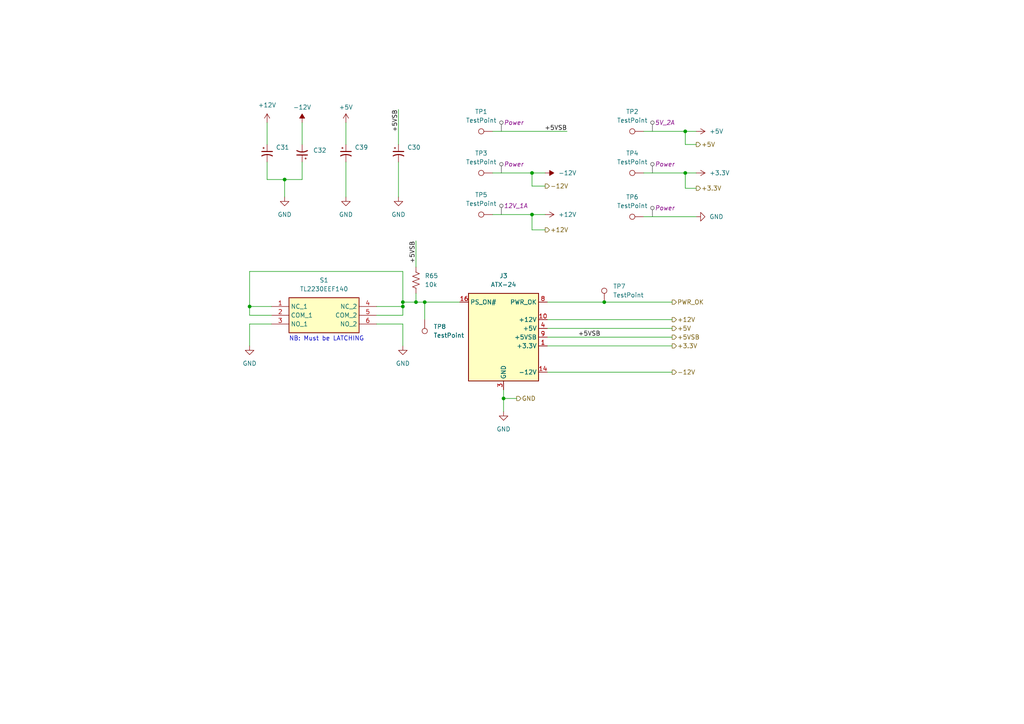
<source format=kicad_sch>
(kicad_sch
	(version 20231120)
	(generator "eeschema")
	(generator_version "8.0")
	(uuid "b6cac390-ad4b-4197-a313-e9faadb7090e")
	(paper "A4")
	(lib_symbols
		(symbol "Connector:ATX-24"
			(exclude_from_sim no)
			(in_bom yes)
			(on_board yes)
			(property "Reference" "J"
				(at -8.89 13.97 0)
				(effects
					(font
						(size 1.27 1.27)
					)
				)
			)
			(property "Value" "ATX-24"
				(at 6.35 13.97 0)
				(effects
					(font
						(size 1.27 1.27)
					)
				)
			)
			(property "Footprint" ""
				(at 0 -2.54 0)
				(effects
					(font
						(size 1.27 1.27)
					)
					(hide yes)
				)
			)
			(property "Datasheet" "https://www.intel.com/content/dam/www/public/us/en/documents/guides/power-supply-design-guide-june.pdf#page=33"
				(at 60.96 -13.97 0)
				(effects
					(font
						(size 1.27 1.27)
					)
					(hide yes)
				)
			)
			(property "Description" "ATX Power supply 24pins"
				(at 0 0 0)
				(effects
					(font
						(size 1.27 1.27)
					)
					(hide yes)
				)
			)
			(property "ki_keywords" "ATX PSU"
				(at 0 0 0)
				(effects
					(font
						(size 1.27 1.27)
					)
					(hide yes)
				)
			)
			(property "ki_fp_filters" "*Mini?Fit*2x12*Vertical* *Mini?Fit*2x12*Horizontal*"
				(at 0 0 0)
				(effects
					(font
						(size 1.27 1.27)
					)
					(hide yes)
				)
			)
			(symbol "ATX-24_0_1"
				(rectangle
					(start -10.16 12.7)
					(end 10.16 -12.7)
					(stroke
						(width 0.254)
						(type default)
					)
					(fill
						(type background)
					)
				)
			)
			(symbol "ATX-24_1_1"
				(pin power_out line
					(at 12.7 -2.54 180)
					(length 2.54)
					(name "+3.3V"
						(effects
							(font
								(size 1.27 1.27)
							)
						)
					)
					(number "1"
						(effects
							(font
								(size 1.27 1.27)
							)
						)
					)
				)
				(pin power_out line
					(at 12.7 5.08 180)
					(length 2.54)
					(name "+12V"
						(effects
							(font
								(size 1.27 1.27)
							)
						)
					)
					(number "10"
						(effects
							(font
								(size 1.27 1.27)
							)
						)
					)
				)
				(pin passive line
					(at 12.7 5.08 180)
					(length 2.54) hide
					(name "+12V"
						(effects
							(font
								(size 1.27 1.27)
							)
						)
					)
					(number "11"
						(effects
							(font
								(size 1.27 1.27)
							)
						)
					)
				)
				(pin passive line
					(at 12.7 -2.54 180)
					(length 2.54) hide
					(name "+3.3V"
						(effects
							(font
								(size 1.27 1.27)
							)
						)
					)
					(number "12"
						(effects
							(font
								(size 1.27 1.27)
							)
						)
					)
				)
				(pin passive line
					(at 12.7 -2.54 180)
					(length 2.54) hide
					(name "+3.3V"
						(effects
							(font
								(size 1.27 1.27)
							)
						)
					)
					(number "13"
						(effects
							(font
								(size 1.27 1.27)
							)
						)
					)
				)
				(pin power_out line
					(at 12.7 -10.16 180)
					(length 2.54)
					(name "-12V"
						(effects
							(font
								(size 1.27 1.27)
							)
						)
					)
					(number "14"
						(effects
							(font
								(size 1.27 1.27)
							)
						)
					)
				)
				(pin passive line
					(at 0 -15.24 90)
					(length 2.54) hide
					(name "GND"
						(effects
							(font
								(size 1.27 1.27)
							)
						)
					)
					(number "15"
						(effects
							(font
								(size 1.27 1.27)
							)
						)
					)
				)
				(pin open_collector line
					(at -12.7 10.16 0)
					(length 2.54)
					(name "PS_ON#"
						(effects
							(font
								(size 1.27 1.27)
							)
						)
					)
					(number "16"
						(effects
							(font
								(size 1.27 1.27)
							)
						)
					)
				)
				(pin passive line
					(at 0 -15.24 90)
					(length 2.54) hide
					(name "GND"
						(effects
							(font
								(size 1.27 1.27)
							)
						)
					)
					(number "17"
						(effects
							(font
								(size 1.27 1.27)
							)
						)
					)
				)
				(pin passive line
					(at 0 -15.24 90)
					(length 2.54) hide
					(name "GND"
						(effects
							(font
								(size 1.27 1.27)
							)
						)
					)
					(number "18"
						(effects
							(font
								(size 1.27 1.27)
							)
						)
					)
				)
				(pin passive line
					(at 0 -15.24 90)
					(length 2.54) hide
					(name "GND"
						(effects
							(font
								(size 1.27 1.27)
							)
						)
					)
					(number "19"
						(effects
							(font
								(size 1.27 1.27)
							)
						)
					)
				)
				(pin passive line
					(at 12.7 -2.54 180)
					(length 2.54) hide
					(name "+3.3V"
						(effects
							(font
								(size 1.27 1.27)
							)
						)
					)
					(number "2"
						(effects
							(font
								(size 1.27 1.27)
							)
						)
					)
				)
				(pin no_connect line
					(at -10.16 0 0)
					(length 2.54) hide
					(name "NC"
						(effects
							(font
								(size 1.27 1.27)
							)
						)
					)
					(number "20"
						(effects
							(font
								(size 1.27 1.27)
							)
						)
					)
				)
				(pin passive line
					(at 12.7 2.54 180)
					(length 2.54) hide
					(name "+5V"
						(effects
							(font
								(size 1.27 1.27)
							)
						)
					)
					(number "21"
						(effects
							(font
								(size 1.27 1.27)
							)
						)
					)
				)
				(pin passive line
					(at 12.7 2.54 180)
					(length 2.54) hide
					(name "+5V"
						(effects
							(font
								(size 1.27 1.27)
							)
						)
					)
					(number "22"
						(effects
							(font
								(size 1.27 1.27)
							)
						)
					)
				)
				(pin passive line
					(at 12.7 2.54 180)
					(length 2.54) hide
					(name "+5V"
						(effects
							(font
								(size 1.27 1.27)
							)
						)
					)
					(number "23"
						(effects
							(font
								(size 1.27 1.27)
							)
						)
					)
				)
				(pin passive line
					(at 0 -15.24 90)
					(length 2.54) hide
					(name "GND"
						(effects
							(font
								(size 1.27 1.27)
							)
						)
					)
					(number "24"
						(effects
							(font
								(size 1.27 1.27)
							)
						)
					)
				)
				(pin power_out line
					(at 0 -15.24 90)
					(length 2.54)
					(name "GND"
						(effects
							(font
								(size 1.27 1.27)
							)
						)
					)
					(number "3"
						(effects
							(font
								(size 1.27 1.27)
							)
						)
					)
				)
				(pin power_out line
					(at 12.7 2.54 180)
					(length 2.54)
					(name "+5V"
						(effects
							(font
								(size 1.27 1.27)
							)
						)
					)
					(number "4"
						(effects
							(font
								(size 1.27 1.27)
							)
						)
					)
				)
				(pin passive line
					(at 0 -15.24 90)
					(length 2.54) hide
					(name "GND"
						(effects
							(font
								(size 1.27 1.27)
							)
						)
					)
					(number "5"
						(effects
							(font
								(size 1.27 1.27)
							)
						)
					)
				)
				(pin passive line
					(at 12.7 2.54 180)
					(length 2.54) hide
					(name "+5V"
						(effects
							(font
								(size 1.27 1.27)
							)
						)
					)
					(number "6"
						(effects
							(font
								(size 1.27 1.27)
							)
						)
					)
				)
				(pin passive line
					(at 0 -15.24 90)
					(length 2.54) hide
					(name "GND"
						(effects
							(font
								(size 1.27 1.27)
							)
						)
					)
					(number "7"
						(effects
							(font
								(size 1.27 1.27)
							)
						)
					)
				)
				(pin output line
					(at 12.7 10.16 180)
					(length 2.54)
					(name "PWR_OK"
						(effects
							(font
								(size 1.27 1.27)
							)
						)
					)
					(number "8"
						(effects
							(font
								(size 1.27 1.27)
							)
						)
					)
				)
				(pin power_out line
					(at 12.7 0 180)
					(length 2.54)
					(name "+5VSB"
						(effects
							(font
								(size 1.27 1.27)
							)
						)
					)
					(number "9"
						(effects
							(font
								(size 1.27 1.27)
							)
						)
					)
				)
			)
		)
		(symbol "Connector:TestPoint"
			(pin_numbers hide)
			(pin_names
				(offset 0.762) hide)
			(exclude_from_sim no)
			(in_bom yes)
			(on_board yes)
			(property "Reference" "TP"
				(at 0 6.858 0)
				(effects
					(font
						(size 1.27 1.27)
					)
				)
			)
			(property "Value" "TestPoint"
				(at 0 5.08 0)
				(effects
					(font
						(size 1.27 1.27)
					)
				)
			)
			(property "Footprint" ""
				(at 5.08 0 0)
				(effects
					(font
						(size 1.27 1.27)
					)
					(hide yes)
				)
			)
			(property "Datasheet" "~"
				(at 5.08 0 0)
				(effects
					(font
						(size 1.27 1.27)
					)
					(hide yes)
				)
			)
			(property "Description" "test point"
				(at 0 0 0)
				(effects
					(font
						(size 1.27 1.27)
					)
					(hide yes)
				)
			)
			(property "ki_keywords" "test point tp"
				(at 0 0 0)
				(effects
					(font
						(size 1.27 1.27)
					)
					(hide yes)
				)
			)
			(property "ki_fp_filters" "Pin* Test*"
				(at 0 0 0)
				(effects
					(font
						(size 1.27 1.27)
					)
					(hide yes)
				)
			)
			(symbol "TestPoint_0_1"
				(circle
					(center 0 3.302)
					(radius 0.762)
					(stroke
						(width 0)
						(type default)
					)
					(fill
						(type none)
					)
				)
			)
			(symbol "TestPoint_1_1"
				(pin passive line
					(at 0 0 90)
					(length 2.54)
					(name "1"
						(effects
							(font
								(size 1.27 1.27)
							)
						)
					)
					(number "1"
						(effects
							(font
								(size 1.27 1.27)
							)
						)
					)
				)
			)
		)
		(symbol "Device:C_Polarized_Small_US"
			(pin_numbers hide)
			(pin_names
				(offset 0.254) hide)
			(exclude_from_sim no)
			(in_bom yes)
			(on_board yes)
			(property "Reference" "C"
				(at 0.254 1.778 0)
				(effects
					(font
						(size 1.27 1.27)
					)
					(justify left)
				)
			)
			(property "Value" "C_Polarized_Small_US"
				(at 0.254 -2.032 0)
				(effects
					(font
						(size 1.27 1.27)
					)
					(justify left)
				)
			)
			(property "Footprint" ""
				(at 0 0 0)
				(effects
					(font
						(size 1.27 1.27)
					)
					(hide yes)
				)
			)
			(property "Datasheet" "~"
				(at 0 0 0)
				(effects
					(font
						(size 1.27 1.27)
					)
					(hide yes)
				)
			)
			(property "Description" "Polarized capacitor, small US symbol"
				(at 0 0 0)
				(effects
					(font
						(size 1.27 1.27)
					)
					(hide yes)
				)
			)
			(property "ki_keywords" "cap capacitor"
				(at 0 0 0)
				(effects
					(font
						(size 1.27 1.27)
					)
					(hide yes)
				)
			)
			(property "ki_fp_filters" "CP_*"
				(at 0 0 0)
				(effects
					(font
						(size 1.27 1.27)
					)
					(hide yes)
				)
			)
			(symbol "C_Polarized_Small_US_0_1"
				(polyline
					(pts
						(xy -1.524 0.508) (xy 1.524 0.508)
					)
					(stroke
						(width 0.3048)
						(type default)
					)
					(fill
						(type none)
					)
				)
				(polyline
					(pts
						(xy -1.27 1.524) (xy -0.762 1.524)
					)
					(stroke
						(width 0)
						(type default)
					)
					(fill
						(type none)
					)
				)
				(polyline
					(pts
						(xy -1.016 1.27) (xy -1.016 1.778)
					)
					(stroke
						(width 0)
						(type default)
					)
					(fill
						(type none)
					)
				)
				(arc
					(start 1.524 -0.762)
					(mid 0 -0.3734)
					(end -1.524 -0.762)
					(stroke
						(width 0.3048)
						(type default)
					)
					(fill
						(type none)
					)
				)
			)
			(symbol "C_Polarized_Small_US_1_1"
				(pin passive line
					(at 0 2.54 270)
					(length 2.032)
					(name "~"
						(effects
							(font
								(size 1.27 1.27)
							)
						)
					)
					(number "1"
						(effects
							(font
								(size 1.27 1.27)
							)
						)
					)
				)
				(pin passive line
					(at 0 -2.54 90)
					(length 2.032)
					(name "~"
						(effects
							(font
								(size 1.27 1.27)
							)
						)
					)
					(number "2"
						(effects
							(font
								(size 1.27 1.27)
							)
						)
					)
				)
			)
		)
		(symbol "Device:R_US"
			(pin_numbers hide)
			(pin_names
				(offset 0)
			)
			(exclude_from_sim no)
			(in_bom yes)
			(on_board yes)
			(property "Reference" "R"
				(at 2.54 0 90)
				(effects
					(font
						(size 1.27 1.27)
					)
				)
			)
			(property "Value" "R_US"
				(at -2.54 0 90)
				(effects
					(font
						(size 1.27 1.27)
					)
				)
			)
			(property "Footprint" ""
				(at 1.016 -0.254 90)
				(effects
					(font
						(size 1.27 1.27)
					)
					(hide yes)
				)
			)
			(property "Datasheet" "~"
				(at 0 0 0)
				(effects
					(font
						(size 1.27 1.27)
					)
					(hide yes)
				)
			)
			(property "Description" "Resistor, US symbol"
				(at 0 0 0)
				(effects
					(font
						(size 1.27 1.27)
					)
					(hide yes)
				)
			)
			(property "ki_keywords" "R res resistor"
				(at 0 0 0)
				(effects
					(font
						(size 1.27 1.27)
					)
					(hide yes)
				)
			)
			(property "ki_fp_filters" "R_*"
				(at 0 0 0)
				(effects
					(font
						(size 1.27 1.27)
					)
					(hide yes)
				)
			)
			(symbol "R_US_0_1"
				(polyline
					(pts
						(xy 0 -2.286) (xy 0 -2.54)
					)
					(stroke
						(width 0)
						(type default)
					)
					(fill
						(type none)
					)
				)
				(polyline
					(pts
						(xy 0 2.286) (xy 0 2.54)
					)
					(stroke
						(width 0)
						(type default)
					)
					(fill
						(type none)
					)
				)
				(polyline
					(pts
						(xy 0 -0.762) (xy 1.016 -1.143) (xy 0 -1.524) (xy -1.016 -1.905) (xy 0 -2.286)
					)
					(stroke
						(width 0)
						(type default)
					)
					(fill
						(type none)
					)
				)
				(polyline
					(pts
						(xy 0 0.762) (xy 1.016 0.381) (xy 0 0) (xy -1.016 -0.381) (xy 0 -0.762)
					)
					(stroke
						(width 0)
						(type default)
					)
					(fill
						(type none)
					)
				)
				(polyline
					(pts
						(xy 0 2.286) (xy 1.016 1.905) (xy 0 1.524) (xy -1.016 1.143) (xy 0 0.762)
					)
					(stroke
						(width 0)
						(type default)
					)
					(fill
						(type none)
					)
				)
			)
			(symbol "R_US_1_1"
				(pin passive line
					(at 0 3.81 270)
					(length 1.27)
					(name "~"
						(effects
							(font
								(size 1.27 1.27)
							)
						)
					)
					(number "1"
						(effects
							(font
								(size 1.27 1.27)
							)
						)
					)
				)
				(pin passive line
					(at 0 -3.81 90)
					(length 1.27)
					(name "~"
						(effects
							(font
								(size 1.27 1.27)
							)
						)
					)
					(number "2"
						(effects
							(font
								(size 1.27 1.27)
							)
						)
					)
				)
			)
		)
		(symbol "SamacSys_Parts:TL2230EEF140"
			(exclude_from_sim no)
			(in_bom yes)
			(on_board yes)
			(property "Reference" "S"
				(at 26.67 7.62 0)
				(effects
					(font
						(size 1.27 1.27)
					)
					(justify left top)
				)
			)
			(property "Value" "TL2230EEF140"
				(at 26.67 5.08 0)
				(effects
					(font
						(size 1.27 1.27)
					)
					(justify left top)
				)
			)
			(property "Footprint" "TL2230OAF140"
				(at 26.67 -94.92 0)
				(effects
					(font
						(size 1.27 1.27)
					)
					(justify left top)
					(hide yes)
				)
			)
			(property "Datasheet" "https://componentsearchengine.com/Datasheets/1/TL2230EEF140.pdf"
				(at 26.67 -194.92 0)
				(effects
					(font
						(size 1.27 1.27)
					)
					(justify left top)
					(hide yes)
				)
			)
			(property "Description" "Tactile Switches 100mA 30VDC Latching"
				(at 0 0 0)
				(effects
					(font
						(size 1.27 1.27)
					)
					(hide yes)
				)
			)
			(property "Height" "12.5"
				(at 26.67 -394.92 0)
				(effects
					(font
						(size 1.27 1.27)
					)
					(justify left top)
					(hide yes)
				)
			)
			(property "Mouser Part Number" "612-TL2230EEF140"
				(at 26.67 -494.92 0)
				(effects
					(font
						(size 1.27 1.27)
					)
					(justify left top)
					(hide yes)
				)
			)
			(property "Mouser Price/Stock" "https://www.mouser.co.uk/ProductDetail/E-Switch/TL2230EEF140?qs=QtyuwXswaQjTiABN8BG5yQ%3D%3D"
				(at 26.67 -594.92 0)
				(effects
					(font
						(size 1.27 1.27)
					)
					(justify left top)
					(hide yes)
				)
			)
			(property "Manufacturer_Name" "E-Switch"
				(at 26.67 -694.92 0)
				(effects
					(font
						(size 1.27 1.27)
					)
					(justify left top)
					(hide yes)
				)
			)
			(property "Manufacturer_Part_Number" "TL2230EEF140"
				(at 26.67 -794.92 0)
				(effects
					(font
						(size 1.27 1.27)
					)
					(justify left top)
					(hide yes)
				)
			)
			(symbol "TL2230EEF140_1_1"
				(rectangle
					(start 5.08 2.54)
					(end 25.4 -7.62)
					(stroke
						(width 0.254)
						(type default)
					)
					(fill
						(type background)
					)
				)
				(pin passive line
					(at 0 0 0)
					(length 5.08)
					(name "NC_1"
						(effects
							(font
								(size 1.27 1.27)
							)
						)
					)
					(number "1"
						(effects
							(font
								(size 1.27 1.27)
							)
						)
					)
				)
				(pin passive line
					(at 0 -2.54 0)
					(length 5.08)
					(name "COM_1"
						(effects
							(font
								(size 1.27 1.27)
							)
						)
					)
					(number "2"
						(effects
							(font
								(size 1.27 1.27)
							)
						)
					)
				)
				(pin passive line
					(at 0 -5.08 0)
					(length 5.08)
					(name "NO_1"
						(effects
							(font
								(size 1.27 1.27)
							)
						)
					)
					(number "3"
						(effects
							(font
								(size 1.27 1.27)
							)
						)
					)
				)
				(pin passive line
					(at 30.48 0 180)
					(length 5.08)
					(name "NC_2"
						(effects
							(font
								(size 1.27 1.27)
							)
						)
					)
					(number "4"
						(effects
							(font
								(size 1.27 1.27)
							)
						)
					)
				)
				(pin passive line
					(at 30.48 -2.54 180)
					(length 5.08)
					(name "COM_2"
						(effects
							(font
								(size 1.27 1.27)
							)
						)
					)
					(number "5"
						(effects
							(font
								(size 1.27 1.27)
							)
						)
					)
				)
				(pin passive line
					(at 30.48 -5.08 180)
					(length 5.08)
					(name "NO_2"
						(effects
							(font
								(size 1.27 1.27)
							)
						)
					)
					(number "6"
						(effects
							(font
								(size 1.27 1.27)
							)
						)
					)
				)
			)
		)
		(symbol "power:+12V"
			(power)
			(pin_names
				(offset 0)
			)
			(exclude_from_sim no)
			(in_bom yes)
			(on_board yes)
			(property "Reference" "#PWR"
				(at 0 -3.81 0)
				(effects
					(font
						(size 1.27 1.27)
					)
					(hide yes)
				)
			)
			(property "Value" "+12V"
				(at 0 3.556 0)
				(effects
					(font
						(size 1.27 1.27)
					)
				)
			)
			(property "Footprint" ""
				(at 0 0 0)
				(effects
					(font
						(size 1.27 1.27)
					)
					(hide yes)
				)
			)
			(property "Datasheet" ""
				(at 0 0 0)
				(effects
					(font
						(size 1.27 1.27)
					)
					(hide yes)
				)
			)
			(property "Description" "Power symbol creates a global label with name \"+12V\""
				(at 0 0 0)
				(effects
					(font
						(size 1.27 1.27)
					)
					(hide yes)
				)
			)
			(property "ki_keywords" "global power"
				(at 0 0 0)
				(effects
					(font
						(size 1.27 1.27)
					)
					(hide yes)
				)
			)
			(symbol "+12V_0_1"
				(polyline
					(pts
						(xy -0.762 1.27) (xy 0 2.54)
					)
					(stroke
						(width 0)
						(type default)
					)
					(fill
						(type none)
					)
				)
				(polyline
					(pts
						(xy 0 0) (xy 0 2.54)
					)
					(stroke
						(width 0)
						(type default)
					)
					(fill
						(type none)
					)
				)
				(polyline
					(pts
						(xy 0 2.54) (xy 0.762 1.27)
					)
					(stroke
						(width 0)
						(type default)
					)
					(fill
						(type none)
					)
				)
			)
			(symbol "+12V_1_1"
				(pin power_in line
					(at 0 0 90)
					(length 0) hide
					(name "+12V"
						(effects
							(font
								(size 1.27 1.27)
							)
						)
					)
					(number "1"
						(effects
							(font
								(size 1.27 1.27)
							)
						)
					)
				)
			)
		)
		(symbol "power:+3.3V"
			(power)
			(pin_names
				(offset 0)
			)
			(exclude_from_sim no)
			(in_bom yes)
			(on_board yes)
			(property "Reference" "#PWR"
				(at 0 -3.81 0)
				(effects
					(font
						(size 1.27 1.27)
					)
					(hide yes)
				)
			)
			(property "Value" "+3.3V"
				(at 0 3.556 0)
				(effects
					(font
						(size 1.27 1.27)
					)
				)
			)
			(property "Footprint" ""
				(at 0 0 0)
				(effects
					(font
						(size 1.27 1.27)
					)
					(hide yes)
				)
			)
			(property "Datasheet" ""
				(at 0 0 0)
				(effects
					(font
						(size 1.27 1.27)
					)
					(hide yes)
				)
			)
			(property "Description" "Power symbol creates a global label with name \"+3.3V\""
				(at 0 0 0)
				(effects
					(font
						(size 1.27 1.27)
					)
					(hide yes)
				)
			)
			(property "ki_keywords" "global power"
				(at 0 0 0)
				(effects
					(font
						(size 1.27 1.27)
					)
					(hide yes)
				)
			)
			(symbol "+3.3V_0_1"
				(polyline
					(pts
						(xy -0.762 1.27) (xy 0 2.54)
					)
					(stroke
						(width 0)
						(type default)
					)
					(fill
						(type none)
					)
				)
				(polyline
					(pts
						(xy 0 0) (xy 0 2.54)
					)
					(stroke
						(width 0)
						(type default)
					)
					(fill
						(type none)
					)
				)
				(polyline
					(pts
						(xy 0 2.54) (xy 0.762 1.27)
					)
					(stroke
						(width 0)
						(type default)
					)
					(fill
						(type none)
					)
				)
			)
			(symbol "+3.3V_1_1"
				(pin power_in line
					(at 0 0 90)
					(length 0) hide
					(name "+3.3V"
						(effects
							(font
								(size 1.27 1.27)
							)
						)
					)
					(number "1"
						(effects
							(font
								(size 1.27 1.27)
							)
						)
					)
				)
			)
		)
		(symbol "power:+5V"
			(power)
			(pin_names
				(offset 0)
			)
			(exclude_from_sim no)
			(in_bom yes)
			(on_board yes)
			(property "Reference" "#PWR"
				(at 0 -3.81 0)
				(effects
					(font
						(size 1.27 1.27)
					)
					(hide yes)
				)
			)
			(property "Value" "+5V"
				(at 0 3.556 0)
				(effects
					(font
						(size 1.27 1.27)
					)
				)
			)
			(property "Footprint" ""
				(at 0 0 0)
				(effects
					(font
						(size 1.27 1.27)
					)
					(hide yes)
				)
			)
			(property "Datasheet" ""
				(at 0 0 0)
				(effects
					(font
						(size 1.27 1.27)
					)
					(hide yes)
				)
			)
			(property "Description" "Power symbol creates a global label with name \"+5V\""
				(at 0 0 0)
				(effects
					(font
						(size 1.27 1.27)
					)
					(hide yes)
				)
			)
			(property "ki_keywords" "global power"
				(at 0 0 0)
				(effects
					(font
						(size 1.27 1.27)
					)
					(hide yes)
				)
			)
			(symbol "+5V_0_1"
				(polyline
					(pts
						(xy -0.762 1.27) (xy 0 2.54)
					)
					(stroke
						(width 0)
						(type default)
					)
					(fill
						(type none)
					)
				)
				(polyline
					(pts
						(xy 0 0) (xy 0 2.54)
					)
					(stroke
						(width 0)
						(type default)
					)
					(fill
						(type none)
					)
				)
				(polyline
					(pts
						(xy 0 2.54) (xy 0.762 1.27)
					)
					(stroke
						(width 0)
						(type default)
					)
					(fill
						(type none)
					)
				)
			)
			(symbol "+5V_1_1"
				(pin power_in line
					(at 0 0 90)
					(length 0) hide
					(name "+5V"
						(effects
							(font
								(size 1.27 1.27)
							)
						)
					)
					(number "1"
						(effects
							(font
								(size 1.27 1.27)
							)
						)
					)
				)
			)
		)
		(symbol "power:-12V"
			(power)
			(pin_names
				(offset 0)
			)
			(exclude_from_sim no)
			(in_bom yes)
			(on_board yes)
			(property "Reference" "#PWR"
				(at 0 2.54 0)
				(effects
					(font
						(size 1.27 1.27)
					)
					(hide yes)
				)
			)
			(property "Value" "-12V"
				(at 0 3.81 0)
				(effects
					(font
						(size 1.27 1.27)
					)
				)
			)
			(property "Footprint" ""
				(at 0 0 0)
				(effects
					(font
						(size 1.27 1.27)
					)
					(hide yes)
				)
			)
			(property "Datasheet" ""
				(at 0 0 0)
				(effects
					(font
						(size 1.27 1.27)
					)
					(hide yes)
				)
			)
			(property "Description" "Power symbol creates a global label with name \"-12V\""
				(at 0 0 0)
				(effects
					(font
						(size 1.27 1.27)
					)
					(hide yes)
				)
			)
			(property "ki_keywords" "global power"
				(at 0 0 0)
				(effects
					(font
						(size 1.27 1.27)
					)
					(hide yes)
				)
			)
			(symbol "-12V_0_0"
				(pin power_in line
					(at 0 0 90)
					(length 0) hide
					(name "-12V"
						(effects
							(font
								(size 1.27 1.27)
							)
						)
					)
					(number "1"
						(effects
							(font
								(size 1.27 1.27)
							)
						)
					)
				)
			)
			(symbol "-12V_0_1"
				(polyline
					(pts
						(xy 0 0) (xy 0 1.27) (xy 0.762 1.27) (xy 0 2.54) (xy -0.762 1.27) (xy 0 1.27)
					)
					(stroke
						(width 0)
						(type default)
					)
					(fill
						(type outline)
					)
				)
			)
		)
		(symbol "power:GND"
			(power)
			(pin_names
				(offset 0)
			)
			(exclude_from_sim no)
			(in_bom yes)
			(on_board yes)
			(property "Reference" "#PWR"
				(at 0 -6.35 0)
				(effects
					(font
						(size 1.27 1.27)
					)
					(hide yes)
				)
			)
			(property "Value" "GND"
				(at 0 -3.81 0)
				(effects
					(font
						(size 1.27 1.27)
					)
				)
			)
			(property "Footprint" ""
				(at 0 0 0)
				(effects
					(font
						(size 1.27 1.27)
					)
					(hide yes)
				)
			)
			(property "Datasheet" ""
				(at 0 0 0)
				(effects
					(font
						(size 1.27 1.27)
					)
					(hide yes)
				)
			)
			(property "Description" "Power symbol creates a global label with name \"GND\" , ground"
				(at 0 0 0)
				(effects
					(font
						(size 1.27 1.27)
					)
					(hide yes)
				)
			)
			(property "ki_keywords" "global power"
				(at 0 0 0)
				(effects
					(font
						(size 1.27 1.27)
					)
					(hide yes)
				)
			)
			(symbol "GND_0_1"
				(polyline
					(pts
						(xy 0 0) (xy 0 -1.27) (xy 1.27 -1.27) (xy 0 -2.54) (xy -1.27 -1.27) (xy 0 -1.27)
					)
					(stroke
						(width 0)
						(type default)
					)
					(fill
						(type none)
					)
				)
			)
			(symbol "GND_1_1"
				(pin power_in line
					(at 0 0 270)
					(length 0) hide
					(name "GND"
						(effects
							(font
								(size 1.27 1.27)
							)
						)
					)
					(number "1"
						(effects
							(font
								(size 1.27 1.27)
							)
						)
					)
				)
			)
		)
	)
	(junction
		(at 154.305 50.165)
		(diameter 0)
		(color 0 0 0 0)
		(uuid "1b4dac79-846b-4cd3-a218-a3da4ec46bf4")
	)
	(junction
		(at 116.84 87.63)
		(diameter 0)
		(color 0 0 0 0)
		(uuid "38401baf-d391-4f16-81f6-b3a1a6bb5edd")
	)
	(junction
		(at 72.39 88.9)
		(diameter 0)
		(color 0 0 0 0)
		(uuid "5adcfa1a-a4eb-4988-8b6f-25939d69491e")
	)
	(junction
		(at 198.755 50.165)
		(diameter 0)
		(color 0 0 0 0)
		(uuid "689a4d45-4508-44f7-9501-4e9bf2541709")
	)
	(junction
		(at 198.755 38.1)
		(diameter 0)
		(color 0 0 0 0)
		(uuid "822f5005-6aa1-41de-8a24-b1fea9bd1270")
	)
	(junction
		(at 116.84 88.9)
		(diameter 0)
		(color 0 0 0 0)
		(uuid "9e79df2c-c31b-4b4a-a099-28a6ce079a80")
	)
	(junction
		(at 154.305 62.23)
		(diameter 0)
		(color 0 0 0 0)
		(uuid "9f4e0db0-e395-433a-baf0-28fe4eaf43b8")
	)
	(junction
		(at 146.05 115.57)
		(diameter 0)
		(color 0 0 0 0)
		(uuid "a2f93c7e-a450-4b3b-80f9-da46aaed8764")
	)
	(junction
		(at 175.26 87.63)
		(diameter 0)
		(color 0 0 0 0)
		(uuid "cb6b8877-6bd2-4c8b-83c1-37e9b52ac749")
	)
	(junction
		(at 120.65 87.63)
		(diameter 0)
		(color 0 0 0 0)
		(uuid "da3f6b19-0d90-4e75-b4c2-8d56fedbab5c")
	)
	(junction
		(at 82.55 52.07)
		(diameter 0)
		(color 0 0 0 0)
		(uuid "e5a5c6b7-2266-4ecd-afed-58e2ea9c5870")
	)
	(junction
		(at 123.19 87.63)
		(diameter 0)
		(color 0 0 0 0)
		(uuid "f740bd6e-5d7b-4e34-a92e-dbea4555d6ac")
	)
	(wire
		(pts
			(xy 116.84 78.74) (xy 116.84 87.63)
		)
		(stroke
			(width 0)
			(type default)
		)
		(uuid "0db58b8d-a172-454b-9049-790d16d68b77")
	)
	(wire
		(pts
			(xy 158.75 95.25) (xy 194.945 95.25)
		)
		(stroke
			(width 0)
			(type default)
		)
		(uuid "1a14db38-426d-4751-a735-bd4b9e9c6e07")
	)
	(wire
		(pts
			(xy 82.55 52.07) (xy 87.63 52.07)
		)
		(stroke
			(width 0)
			(type default)
		)
		(uuid "1b38c801-b9e4-44e7-b4b6-de60245d9de6")
	)
	(wire
		(pts
			(xy 109.22 91.44) (xy 116.84 91.44)
		)
		(stroke
			(width 0)
			(type default)
		)
		(uuid "220349a7-3ca2-4335-b3bd-5585f3c2e316")
	)
	(wire
		(pts
			(xy 158.75 97.79) (xy 194.945 97.79)
		)
		(stroke
			(width 0)
			(type default)
		)
		(uuid "26cde3c4-b1d1-47ed-b9fa-b7dfaff6b233")
	)
	(wire
		(pts
			(xy 109.22 88.9) (xy 116.84 88.9)
		)
		(stroke
			(width 0)
			(type default)
		)
		(uuid "29c0dd9f-c66c-4ca7-ad0d-f50c7b906663")
	)
	(wire
		(pts
			(xy 72.39 93.98) (xy 72.39 100.33)
		)
		(stroke
			(width 0)
			(type default)
		)
		(uuid "2ccfd02f-0e55-453a-aec5-f57127e5367d")
	)
	(wire
		(pts
			(xy 175.26 87.63) (xy 194.945 87.63)
		)
		(stroke
			(width 0)
			(type default)
		)
		(uuid "34ef8e8c-43fe-403d-b9ae-4753e4c15c1f")
	)
	(wire
		(pts
			(xy 120.65 69.85) (xy 120.65 77.47)
		)
		(stroke
			(width 0)
			(type default)
		)
		(uuid "372f4aa5-975e-4e26-a451-a9266f66a2cc")
	)
	(wire
		(pts
			(xy 87.63 35.56) (xy 87.63 41.91)
		)
		(stroke
			(width 0)
			(type default)
		)
		(uuid "3b08b1ac-69b7-4c38-af37-f7cdf1ed97af")
	)
	(wire
		(pts
			(xy 116.84 87.63) (xy 120.65 87.63)
		)
		(stroke
			(width 0)
			(type default)
		)
		(uuid "3f74f52f-fa2c-46a8-8c7b-f1c0ac9f5cfc")
	)
	(wire
		(pts
			(xy 116.84 93.98) (xy 116.84 100.33)
		)
		(stroke
			(width 0)
			(type default)
		)
		(uuid "462c5e1e-a261-4383-820b-902c278f84c7")
	)
	(wire
		(pts
			(xy 115.57 31.75) (xy 115.57 41.91)
		)
		(stroke
			(width 0)
			(type default)
		)
		(uuid "46e76b51-1625-4a12-9d4a-75785394b498")
	)
	(wire
		(pts
			(xy 100.33 46.99) (xy 100.33 57.15)
		)
		(stroke
			(width 0)
			(type default)
		)
		(uuid "46eaafda-dae4-4d4b-938b-20e19c76c180")
	)
	(wire
		(pts
			(xy 142.875 50.165) (xy 154.305 50.165)
		)
		(stroke
			(width 0)
			(type default)
		)
		(uuid "472f9b65-fb45-4893-b936-af7beded7683")
	)
	(wire
		(pts
			(xy 158.75 100.33) (xy 194.945 100.33)
		)
		(stroke
			(width 0)
			(type default)
		)
		(uuid "495f4ca5-817d-4ccc-9512-45f809986205")
	)
	(wire
		(pts
			(xy 123.19 92.71) (xy 123.19 87.63)
		)
		(stroke
			(width 0)
			(type default)
		)
		(uuid "4bb1b67e-8fa8-4ca6-95e5-4a883eaf247f")
	)
	(wire
		(pts
			(xy 198.755 50.165) (xy 201.93 50.165)
		)
		(stroke
			(width 0)
			(type default)
		)
		(uuid "4c7c39f6-360d-40af-aa27-475414d78845")
	)
	(wire
		(pts
			(xy 146.05 115.57) (xy 146.05 119.38)
		)
		(stroke
			(width 0)
			(type default)
		)
		(uuid "4e4e5f6a-5ebe-498e-9ad9-510840856bb4")
	)
	(wire
		(pts
			(xy 154.305 53.975) (xy 158.115 53.975)
		)
		(stroke
			(width 0)
			(type default)
		)
		(uuid "4fc67030-dcba-4878-b8dc-69ebf6764299")
	)
	(wire
		(pts
			(xy 198.755 41.91) (xy 198.755 38.1)
		)
		(stroke
			(width 0)
			(type default)
		)
		(uuid "61396720-5bf0-4e51-84ed-ca369a32ea26")
	)
	(wire
		(pts
			(xy 115.57 46.99) (xy 115.57 57.15)
		)
		(stroke
			(width 0)
			(type default)
		)
		(uuid "666b0b38-f289-4d9d-87a7-eb673a4e22ad")
	)
	(wire
		(pts
			(xy 120.65 85.09) (xy 120.65 87.63)
		)
		(stroke
			(width 0)
			(type default)
		)
		(uuid "6691d2dc-5c64-4b9f-8628-39c9b64766b3")
	)
	(wire
		(pts
			(xy 77.47 52.07) (xy 82.55 52.07)
		)
		(stroke
			(width 0)
			(type default)
		)
		(uuid "693a2189-2d8d-4dbd-b137-dac5d936b0c7")
	)
	(wire
		(pts
			(xy 116.84 87.63) (xy 116.84 88.9)
		)
		(stroke
			(width 0)
			(type default)
		)
		(uuid "69a60946-38a8-4780-bd18-7c40a9685f45")
	)
	(wire
		(pts
			(xy 158.75 87.63) (xy 175.26 87.63)
		)
		(stroke
			(width 0)
			(type default)
		)
		(uuid "72902e67-6b89-430f-b57a-d4171a3b1321")
	)
	(wire
		(pts
			(xy 72.39 88.9) (xy 72.39 78.74)
		)
		(stroke
			(width 0)
			(type default)
		)
		(uuid "73de1c7a-8853-4e18-ae56-f22d77c4ddc2")
	)
	(wire
		(pts
			(xy 201.93 54.61) (xy 198.755 54.61)
		)
		(stroke
			(width 0)
			(type default)
		)
		(uuid "75107a98-4a25-4a1c-86d5-44c6dbd28343")
	)
	(wire
		(pts
			(xy 158.75 107.95) (xy 194.945 107.95)
		)
		(stroke
			(width 0)
			(type default)
		)
		(uuid "755c2ddd-7edc-420f-a755-7a961b3e0161")
	)
	(wire
		(pts
			(xy 78.74 91.44) (xy 72.39 91.44)
		)
		(stroke
			(width 0)
			(type default)
		)
		(uuid "786e924b-6152-4297-8a7e-8344d5fa1c3d")
	)
	(wire
		(pts
			(xy 120.65 87.63) (xy 123.19 87.63)
		)
		(stroke
			(width 0)
			(type default)
		)
		(uuid "7ef1bad1-4408-4e2c-810b-c47145c50916")
	)
	(wire
		(pts
			(xy 142.875 38.1) (xy 164.465 38.1)
		)
		(stroke
			(width 0)
			(type default)
		)
		(uuid "82bb8fa7-7e02-4a95-9f3a-533cd1d24a2e")
	)
	(wire
		(pts
			(xy 201.93 41.91) (xy 198.755 41.91)
		)
		(stroke
			(width 0)
			(type default)
		)
		(uuid "8556e0b9-ba48-4a33-bac3-c5a783414897")
	)
	(wire
		(pts
			(xy 158.115 66.675) (xy 154.305 66.675)
		)
		(stroke
			(width 0)
			(type default)
		)
		(uuid "8cfdccf4-3ba7-4ddd-be81-047aac130066")
	)
	(wire
		(pts
			(xy 116.84 88.9) (xy 116.84 91.44)
		)
		(stroke
			(width 0)
			(type default)
		)
		(uuid "8db873b5-20df-49bb-8390-2b26b5ba58a5")
	)
	(wire
		(pts
			(xy 77.47 35.56) (xy 77.47 41.91)
		)
		(stroke
			(width 0)
			(type default)
		)
		(uuid "8dcfa1e2-c3fa-428f-87db-95af26e2e34e")
	)
	(wire
		(pts
			(xy 158.75 92.71) (xy 194.945 92.71)
		)
		(stroke
			(width 0)
			(type default)
		)
		(uuid "976f6618-6713-4c6f-a857-7dd14cbcbfc5")
	)
	(wire
		(pts
			(xy 142.875 62.23) (xy 154.305 62.23)
		)
		(stroke
			(width 0)
			(type default)
		)
		(uuid "97b3a150-a596-486d-99b5-b10714000c03")
	)
	(wire
		(pts
			(xy 154.305 50.165) (xy 158.115 50.165)
		)
		(stroke
			(width 0)
			(type default)
		)
		(uuid "9b08b0f4-076e-4bb5-8f09-640864e3cfe2")
	)
	(wire
		(pts
			(xy 154.305 66.675) (xy 154.305 62.23)
		)
		(stroke
			(width 0)
			(type default)
		)
		(uuid "9ca1cafa-3ed1-4aa0-8827-8b5cf8cddf47")
	)
	(wire
		(pts
			(xy 72.39 93.98) (xy 78.74 93.98)
		)
		(stroke
			(width 0)
			(type default)
		)
		(uuid "a5874841-e337-4568-9e37-1f59bba49691")
	)
	(wire
		(pts
			(xy 198.755 54.61) (xy 198.755 50.165)
		)
		(stroke
			(width 0)
			(type default)
		)
		(uuid "a5d7dcc2-c454-4275-a017-b451168fc264")
	)
	(wire
		(pts
			(xy 77.47 52.07) (xy 77.47 46.99)
		)
		(stroke
			(width 0)
			(type default)
		)
		(uuid "a8c0ff4b-16c5-4244-8b03-492e0644a956")
	)
	(wire
		(pts
			(xy 186.69 38.1) (xy 198.755 38.1)
		)
		(stroke
			(width 0)
			(type default)
		)
		(uuid "b156e4bf-b751-4ca6-aae8-bb875723dfa5")
	)
	(wire
		(pts
			(xy 186.69 62.865) (xy 201.93 62.865)
		)
		(stroke
			(width 0)
			(type default)
		)
		(uuid "b424ab8b-5be5-45d2-8200-dcea83e013b8")
	)
	(wire
		(pts
			(xy 72.39 88.9) (xy 78.74 88.9)
		)
		(stroke
			(width 0)
			(type default)
		)
		(uuid "b9f2ee90-7320-459b-91db-7e6cdefd3942")
	)
	(wire
		(pts
			(xy 146.05 113.03) (xy 146.05 115.57)
		)
		(stroke
			(width 0)
			(type default)
		)
		(uuid "ba6e8502-ce91-49e5-9515-290481d47b66")
	)
	(wire
		(pts
			(xy 109.22 93.98) (xy 116.84 93.98)
		)
		(stroke
			(width 0)
			(type default)
		)
		(uuid "c5bec964-6d4f-416d-9076-05b8060ad3e0")
	)
	(wire
		(pts
			(xy 82.55 57.15) (xy 82.55 52.07)
		)
		(stroke
			(width 0)
			(type default)
		)
		(uuid "ca1a4c0c-88eb-44ae-ace9-421d42406b00")
	)
	(wire
		(pts
			(xy 146.05 115.57) (xy 149.86 115.57)
		)
		(stroke
			(width 0)
			(type default)
		)
		(uuid "ca6bf036-83e8-4911-8333-7f8926aa5c2a")
	)
	(wire
		(pts
			(xy 87.63 52.07) (xy 87.63 46.99)
		)
		(stroke
			(width 0)
			(type default)
		)
		(uuid "cc9e1494-a067-43f6-a0a7-5c7626861781")
	)
	(wire
		(pts
			(xy 198.755 38.1) (xy 201.93 38.1)
		)
		(stroke
			(width 0)
			(type default)
		)
		(uuid "da5558a5-0b31-414b-8a73-a9dc0d24e5a0")
	)
	(wire
		(pts
			(xy 72.39 91.44) (xy 72.39 88.9)
		)
		(stroke
			(width 0)
			(type default)
		)
		(uuid "dd203c39-3a9b-4422-b93e-2193fb31ca6a")
	)
	(wire
		(pts
			(xy 100.33 35.56) (xy 100.33 41.91)
		)
		(stroke
			(width 0)
			(type default)
		)
		(uuid "e1fa95ed-fcc1-4895-91ad-6a7959f2e04b")
	)
	(wire
		(pts
			(xy 186.69 50.165) (xy 198.755 50.165)
		)
		(stroke
			(width 0)
			(type default)
		)
		(uuid "eb35dc59-c504-4f78-9b19-30d6f8a3fc06")
	)
	(wire
		(pts
			(xy 123.19 87.63) (xy 133.35 87.63)
		)
		(stroke
			(width 0)
			(type default)
		)
		(uuid "f1eedb83-0d28-4cdc-868b-21ee20346e9d")
	)
	(wire
		(pts
			(xy 72.39 78.74) (xy 116.84 78.74)
		)
		(stroke
			(width 0)
			(type default)
		)
		(uuid "f5ad28aa-e02c-4ccf-a106-c254b594de57")
	)
	(wire
		(pts
			(xy 154.305 50.165) (xy 154.305 53.975)
		)
		(stroke
			(width 0)
			(type default)
		)
		(uuid "f6895898-56bf-4bf9-a950-7975db348f4e")
	)
	(wire
		(pts
			(xy 154.305 62.23) (xy 158.115 62.23)
		)
		(stroke
			(width 0)
			(type default)
		)
		(uuid "fcd07e07-9866-4eac-9d6d-92a92a34b9e2")
	)
	(text "NB: Must be LATCHING"
		(exclude_from_sim no)
		(at 83.82 99.06 0)
		(effects
			(font
				(size 1.27 1.27)
			)
			(justify left bottom)
		)
		(uuid "a235c4be-c096-437e-8a4f-95d32af9355a")
	)
	(label "+5VSB"
		(at 164.465 38.1 180)
		(fields_autoplaced yes)
		(effects
			(font
				(size 1.27 1.27)
			)
			(justify right bottom)
		)
		(uuid "1c5247b6-6e7d-4a26-adaa-a56f7c2ae808")
	)
	(label "+5VSB"
		(at 120.65 69.85 270)
		(fields_autoplaced yes)
		(effects
			(font
				(size 1.27 1.27)
			)
			(justify right bottom)
		)
		(uuid "33be7990-164f-403a-86fd-bf5e4d3de828")
	)
	(label "+5VSB"
		(at 167.64 97.79 0)
		(fields_autoplaced yes)
		(effects
			(font
				(size 1.27 1.27)
			)
			(justify left bottom)
		)
		(uuid "757e3ca2-8bbe-4830-905a-cb0cddc6815c")
	)
	(label "+5VSB"
		(at 115.57 31.75 270)
		(fields_autoplaced yes)
		(effects
			(font
				(size 1.27 1.27)
			)
			(justify right bottom)
		)
		(uuid "cacef774-d36f-45b2-bc6b-614d83d8f766")
	)
	(hierarchical_label "+5V"
		(shape output)
		(at 201.93 41.91 0)
		(fields_autoplaced yes)
		(effects
			(font
				(size 1.27 1.27)
			)
			(justify left)
		)
		(uuid "0f29c80f-dccc-48ec-9cfc-e5c7681b6c19")
	)
	(hierarchical_label "-12V"
		(shape output)
		(at 194.945 107.95 0)
		(fields_autoplaced yes)
		(effects
			(font
				(size 1.27 1.27)
			)
			(justify left)
		)
		(uuid "1f8f0303-da52-4d13-be0f-60287e2ec3c8")
	)
	(hierarchical_label "+12V"
		(shape output)
		(at 194.945 92.71 0)
		(fields_autoplaced yes)
		(effects
			(font
				(size 1.27 1.27)
			)
			(justify left)
		)
		(uuid "545dcf65-686b-4546-96a4-fa8b0e624f1f")
	)
	(hierarchical_label "+12V"
		(shape output)
		(at 158.115 66.675 0)
		(fields_autoplaced yes)
		(effects
			(font
				(size 1.27 1.27)
			)
			(justify left)
		)
		(uuid "6d6d2e68-6da5-4f1e-ba44-6c2b7c632958")
	)
	(hierarchical_label "+3.3V"
		(shape output)
		(at 194.945 100.33 0)
		(fields_autoplaced yes)
		(effects
			(font
				(size 1.27 1.27)
			)
			(justify left)
		)
		(uuid "6efd6439-22e1-4896-87d7-c487c25ceeb1")
	)
	(hierarchical_label "PWR_OK"
		(shape output)
		(at 194.945 87.63 0)
		(fields_autoplaced yes)
		(effects
			(font
				(size 1.27 1.27)
			)
			(justify left)
		)
		(uuid "6fe1a45b-f23c-4e74-a634-4c312945b604")
	)
	(hierarchical_label "+5V"
		(shape output)
		(at 194.945 95.25 0)
		(fields_autoplaced yes)
		(effects
			(font
				(size 1.27 1.27)
			)
			(justify left)
		)
		(uuid "7809de94-a0cb-4c73-b5cc-284b3e8f1503")
	)
	(hierarchical_label "GND"
		(shape output)
		(at 149.86 115.57 0)
		(fields_autoplaced yes)
		(effects
			(font
				(size 1.27 1.27)
			)
			(justify left)
		)
		(uuid "8f4f9457-5543-40a5-811a-844e0368e02c")
	)
	(hierarchical_label "+5VSB"
		(shape output)
		(at 194.945 97.79 0)
		(fields_autoplaced yes)
		(effects
			(font
				(size 1.27 1.27)
			)
			(justify left)
		)
		(uuid "91cb7131-3d77-458c-aeb2-dcb079fe3de4")
	)
	(hierarchical_label "+3.3V"
		(shape output)
		(at 201.93 54.61 0)
		(fields_autoplaced yes)
		(effects
			(font
				(size 1.27 1.27)
			)
			(justify left)
		)
		(uuid "9e875e0b-b3e6-4ff2-8d46-1653f4c829b2")
	)
	(hierarchical_label "-12V"
		(shape output)
		(at 158.115 53.975 0)
		(fields_autoplaced yes)
		(effects
			(font
				(size 1.27 1.27)
			)
			(justify left)
		)
		(uuid "c8525622-5bae-46b6-8137-23af06e60019")
	)
	(netclass_flag ""
		(length 2.54)
		(shape round)
		(at 189.23 50.165 0)
		(fields_autoplaced yes)
		(effects
			(font
				(size 1.27 1.27)
			)
			(justify left bottom)
		)
		(uuid "26600186-af4e-4032-bf4e-4c305d44e626")
		(property "Netclass" "Power"
			(at 189.9285 47.625 0)
			(effects
				(font
					(size 1.27 1.27)
					(italic yes)
				)
				(justify left)
			)
		)
	)
	(netclass_flag ""
		(length 2.54)
		(shape round)
		(at 189.23 62.865 0)
		(fields_autoplaced yes)
		(effects
			(font
				(size 1.27 1.27)
			)
			(justify left bottom)
		)
		(uuid "58425490-4dcc-498d-a2ee-9dd4d899f0f6")
		(property "Netclass" "Power"
			(at 189.9285 60.325 0)
			(effects
				(font
					(size 1.27 1.27)
					(italic yes)
				)
				(justify left)
			)
		)
	)
	(netclass_flag ""
		(length 2.54)
		(shape round)
		(at 145.415 38.1 0)
		(fields_autoplaced yes)
		(effects
			(font
				(size 1.27 1.27)
			)
			(justify left bottom)
		)
		(uuid "6407e3d9-6d85-494a-bab4-e8ebd7c02c97")
		(property "Netclass" "Power"
			(at 146.1135 35.56 0)
			(effects
				(font
					(size 1.27 1.27)
					(italic yes)
				)
				(justify left)
			)
		)
	)
	(netclass_flag ""
		(length 2.54)
		(shape round)
		(at 145.415 50.165 0)
		(fields_autoplaced yes)
		(effects
			(font
				(size 1.27 1.27)
			)
			(justify left bottom)
		)
		(uuid "a3b2f2be-942e-4b10-abda-82b2a176dffd")
		(property "Netclass" "Power"
			(at 146.1135 47.625 0)
			(effects
				(font
					(size 1.27 1.27)
					(italic yes)
				)
				(justify left)
			)
		)
	)
	(netclass_flag ""
		(length 2.54)
		(shape round)
		(at 145.415 62.23 0)
		(fields_autoplaced yes)
		(effects
			(font
				(size 1.27 1.27)
			)
			(justify left bottom)
		)
		(uuid "d005a480-8343-466f-bd89-bc0fd506fa39")
		(property "Netclass" "12V_1A"
			(at 146.1135 59.69 0)
			(effects
				(font
					(size 1.27 1.27)
					(italic yes)
				)
				(justify left)
			)
		)
	)
	(netclass_flag ""
		(length 2.54)
		(shape round)
		(at 189.23 38.1 0)
		(fields_autoplaced yes)
		(effects
			(font
				(size 1.27 1.27)
			)
			(justify left bottom)
		)
		(uuid "f08e21f1-adf9-4748-a5cc-49842adab312")
		(property "Netclass" "5V_2A"
			(at 189.9285 35.56 0)
			(effects
				(font
					(size 1.27 1.27)
					(italic yes)
				)
				(justify left)
			)
		)
	)
	(symbol
		(lib_id "Connector:TestPoint")
		(at 142.875 50.165 90)
		(unit 1)
		(exclude_from_sim no)
		(in_bom yes)
		(on_board yes)
		(dnp no)
		(fields_autoplaced yes)
		(uuid "0d529db6-4815-42ae-ae99-e8a8335769b8")
		(property "Reference" "TP3"
			(at 139.573 44.45 90)
			(effects
				(font
					(size 1.27 1.27)
				)
			)
		)
		(property "Value" "TestPoint"
			(at 139.573 46.99 90)
			(effects
				(font
					(size 1.27 1.27)
				)
			)
		)
		(property "Footprint" "Connector_PinHeader_2.54mm:PinHeader_1x01_P2.54mm_Vertical"
			(at 142.875 45.085 0)
			(effects
				(font
					(size 1.27 1.27)
				)
				(hide yes)
			)
		)
		(property "Datasheet" "~"
			(at 142.875 45.085 0)
			(effects
				(font
					(size 1.27 1.27)
				)
				(hide yes)
			)
		)
		(property "Description" ""
			(at 142.875 50.165 0)
			(effects
				(font
					(size 1.27 1.27)
				)
				(hide yes)
			)
		)
		(pin "1"
			(uuid "0f5dd28b-5cad-4b62-a6fa-e86637180c9a")
		)
		(instances
			(project "prototype_8088"
				(path "/5e468d94-0319-44d1-a77f-2adc451eed13/358c98de-0d7c-4d65-8641-e21576518f6e"
					(reference "TP3")
					(unit 1)
				)
			)
		)
	)
	(symbol
		(lib_id "SamacSys_Parts:TL2230EEF140")
		(at 78.74 88.9 0)
		(unit 1)
		(exclude_from_sim no)
		(in_bom yes)
		(on_board yes)
		(dnp no)
		(fields_autoplaced yes)
		(uuid "0e045e4c-a0ec-43b8-8cc3-8133f5b57c80")
		(property "Reference" "S1"
			(at 93.98 81.28 0)
			(effects
				(font
					(size 1.27 1.27)
				)
			)
		)
		(property "Value" "TL2230EEF140"
			(at 93.98 83.82 0)
			(effects
				(font
					(size 1.27 1.27)
				)
			)
		)
		(property "Footprint" "SamacSys_Parts:TL2230OAF140"
			(at 105.41 183.82 0)
			(effects
				(font
					(size 1.27 1.27)
				)
				(justify left top)
				(hide yes)
			)
		)
		(property "Datasheet" "https://componentsearchengine.com/Datasheets/1/TL2230EEF140.pdf"
			(at 105.41 283.82 0)
			(effects
				(font
					(size 1.27 1.27)
				)
				(justify left top)
				(hide yes)
			)
		)
		(property "Description" ""
			(at 78.74 88.9 0)
			(effects
				(font
					(size 1.27 1.27)
				)
				(hide yes)
			)
		)
		(property "Height" "12.5"
			(at 105.41 483.82 0)
			(effects
				(font
					(size 1.27 1.27)
				)
				(justify left top)
				(hide yes)
			)
		)
		(property "Mouser Part Number" "612-TL2230EEF140"
			(at 105.41 583.82 0)
			(effects
				(font
					(size 1.27 1.27)
				)
				(justify left top)
				(hide yes)
			)
		)
		(property "Mouser Price/Stock" "https://www.mouser.co.uk/ProductDetail/E-Switch/TL2230EEF140?qs=QtyuwXswaQjTiABN8BG5yQ%3D%3D"
			(at 105.41 683.82 0)
			(effects
				(font
					(size 1.27 1.27)
				)
				(justify left top)
				(hide yes)
			)
		)
		(property "Manufacturer_Name" "E-Switch"
			(at 105.41 783.82 0)
			(effects
				(font
					(size 1.27 1.27)
				)
				(justify left top)
				(hide yes)
			)
		)
		(property "Manufacturer_Part_Number" "TL2230EEF140"
			(at 105.41 883.82 0)
			(effects
				(font
					(size 1.27 1.27)
				)
				(justify left top)
				(hide yes)
			)
		)
		(pin "4"
			(uuid "5d1789c2-8105-4ce9-bbe8-4980b211787c")
		)
		(pin "2"
			(uuid "f11b3ee0-c114-4b89-b96b-1b5d4adb0e57")
		)
		(pin "5"
			(uuid "a46449be-1f45-4bcb-b30b-45b4db60cb29")
		)
		(pin "6"
			(uuid "5de733bc-3f97-4a04-a053-7ff8506a4e86")
		)
		(pin "3"
			(uuid "1bdb9530-43f9-4d3e-9e4f-9245963540b8")
		)
		(pin "1"
			(uuid "bfdf90d4-9635-4457-ac6e-63972fc866a5")
		)
		(instances
			(project "prototype_8088"
				(path "/5e468d94-0319-44d1-a77f-2adc451eed13/358c98de-0d7c-4d65-8641-e21576518f6e"
					(reference "S1")
					(unit 1)
				)
			)
		)
	)
	(symbol
		(lib_id "Device:C_Polarized_Small_US")
		(at 77.47 44.45 0)
		(unit 1)
		(exclude_from_sim no)
		(in_bom yes)
		(on_board yes)
		(dnp no)
		(fields_autoplaced yes)
		(uuid "19b7bf79-5ba6-4e25-87a8-dd2695961d6a")
		(property "Reference" "C31"
			(at 80.01 42.7482 0)
			(effects
				(font
					(size 1.27 1.27)
				)
				(justify left)
			)
		)
		(property "Value" "100 uF 20% 35V Electrolytic"
			(at 80.01 45.2882 0)
			(effects
				(font
					(size 1.27 1.27)
				)
				(justify left)
				(hide yes)
			)
		)
		(property "Footprint" "Capacitor_SMD:CP_Elec_6.3x7.7"
			(at 77.47 44.45 0)
			(effects
				(font
					(size 1.27 1.27)
				)
				(hide yes)
			)
		)
		(property "Datasheet" "~"
			(at 77.47 44.45 0)
			(effects
				(font
					(size 1.27 1.27)
				)
				(hide yes)
			)
		)
		(property "Description" ""
			(at 77.47 44.45 0)
			(effects
				(font
					(size 1.27 1.27)
				)
				(hide yes)
			)
		)
		(pin "1"
			(uuid "8f57d64d-3860-4e9a-af9d-762062261232")
		)
		(pin "2"
			(uuid "7e22f1f4-5012-403a-838c-3c5c816d34fa")
		)
		(instances
			(project "prototype_8088"
				(path "/5e468d94-0319-44d1-a77f-2adc451eed13/358c98de-0d7c-4d65-8641-e21576518f6e"
					(reference "C31")
					(unit 1)
				)
			)
		)
	)
	(symbol
		(lib_id "power:GND")
		(at 146.05 119.38 0)
		(unit 1)
		(exclude_from_sim no)
		(in_bom yes)
		(on_board yes)
		(dnp no)
		(fields_autoplaced yes)
		(uuid "1ea9829e-a61b-43f2-b7e5-5175fc067719")
		(property "Reference" "#PWR0149"
			(at 146.05 125.73 0)
			(effects
				(font
					(size 1.27 1.27)
				)
				(hide yes)
			)
		)
		(property "Value" "GND"
			(at 146.05 124.46 0)
			(effects
				(font
					(size 1.27 1.27)
				)
			)
		)
		(property "Footprint" ""
			(at 146.05 119.38 0)
			(effects
				(font
					(size 1.27 1.27)
				)
				(hide yes)
			)
		)
		(property "Datasheet" ""
			(at 146.05 119.38 0)
			(effects
				(font
					(size 1.27 1.27)
				)
				(hide yes)
			)
		)
		(property "Description" ""
			(at 146.05 119.38 0)
			(effects
				(font
					(size 1.27 1.27)
				)
				(hide yes)
			)
		)
		(pin "1"
			(uuid "fb5cbf84-fc29-4dbf-8162-e4d3bdb7f5df")
		)
		(instances
			(project "prototype_8088"
				(path "/5e468d94-0319-44d1-a77f-2adc451eed13/358c98de-0d7c-4d65-8641-e21576518f6e"
					(reference "#PWR0149")
					(unit 1)
				)
			)
		)
	)
	(symbol
		(lib_id "Connector:TestPoint")
		(at 123.19 92.71 180)
		(unit 1)
		(exclude_from_sim no)
		(in_bom yes)
		(on_board yes)
		(dnp no)
		(fields_autoplaced yes)
		(uuid "3c641721-b842-4903-847a-c21fa0931fbc")
		(property "Reference" "TP8"
			(at 125.73 94.7419 0)
			(effects
				(font
					(size 1.27 1.27)
				)
				(justify right)
			)
		)
		(property "Value" "TestPoint"
			(at 125.73 97.2819 0)
			(effects
				(font
					(size 1.27 1.27)
				)
				(justify right)
			)
		)
		(property "Footprint" "Connector_PinHeader_2.54mm:PinHeader_1x01_P2.54mm_Vertical"
			(at 118.11 92.71 0)
			(effects
				(font
					(size 1.27 1.27)
				)
				(hide yes)
			)
		)
		(property "Datasheet" "~"
			(at 118.11 92.71 0)
			(effects
				(font
					(size 1.27 1.27)
				)
				(hide yes)
			)
		)
		(property "Description" ""
			(at 123.19 92.71 0)
			(effects
				(font
					(size 1.27 1.27)
				)
				(hide yes)
			)
		)
		(pin "1"
			(uuid "eb8404be-ed34-4415-8858-52a6967d8f8f")
		)
		(instances
			(project "prototype_8088"
				(path "/5e468d94-0319-44d1-a77f-2adc451eed13/358c98de-0d7c-4d65-8641-e21576518f6e"
					(reference "TP8")
					(unit 1)
				)
			)
		)
	)
	(symbol
		(lib_id "power:GND")
		(at 72.39 100.33 0)
		(unit 1)
		(exclude_from_sim no)
		(in_bom yes)
		(on_board yes)
		(dnp no)
		(fields_autoplaced yes)
		(uuid "3d033c97-5e92-4aa8-ae3f-efd5895d2d24")
		(property "Reference" "#PWR0147"
			(at 72.39 106.68 0)
			(effects
				(font
					(size 1.27 1.27)
				)
				(hide yes)
			)
		)
		(property "Value" "GND"
			(at 72.39 105.41 0)
			(effects
				(font
					(size 1.27 1.27)
				)
			)
		)
		(property "Footprint" ""
			(at 72.39 100.33 0)
			(effects
				(font
					(size 1.27 1.27)
				)
				(hide yes)
			)
		)
		(property "Datasheet" ""
			(at 72.39 100.33 0)
			(effects
				(font
					(size 1.27 1.27)
				)
				(hide yes)
			)
		)
		(property "Description" ""
			(at 72.39 100.33 0)
			(effects
				(font
					(size 1.27 1.27)
				)
				(hide yes)
			)
		)
		(pin "1"
			(uuid "758567ef-1dde-4eef-89b8-8de9af86e432")
		)
		(instances
			(project "prototype_8088"
				(path "/5e468d94-0319-44d1-a77f-2adc451eed13/358c98de-0d7c-4d65-8641-e21576518f6e"
					(reference "#PWR0147")
					(unit 1)
				)
			)
		)
	)
	(symbol
		(lib_id "power:+12V")
		(at 77.47 35.56 0)
		(unit 1)
		(exclude_from_sim no)
		(in_bom yes)
		(on_board yes)
		(dnp no)
		(fields_autoplaced yes)
		(uuid "43101279-23f5-4c7c-bff3-7b6718204695")
		(property "Reference" "#PWR0211"
			(at 77.47 39.37 0)
			(effects
				(font
					(size 1.27 1.27)
				)
				(hide yes)
			)
		)
		(property "Value" "+12V"
			(at 77.47 30.48 0)
			(effects
				(font
					(size 1.27 1.27)
				)
			)
		)
		(property "Footprint" ""
			(at 77.47 35.56 0)
			(effects
				(font
					(size 1.27 1.27)
				)
				(hide yes)
			)
		)
		(property "Datasheet" ""
			(at 77.47 35.56 0)
			(effects
				(font
					(size 1.27 1.27)
				)
				(hide yes)
			)
		)
		(property "Description" ""
			(at 77.47 35.56 0)
			(effects
				(font
					(size 1.27 1.27)
				)
				(hide yes)
			)
		)
		(pin "1"
			(uuid "b8ee7bfd-fad0-42d9-9094-a84801500e15")
		)
		(instances
			(project "prototype_8088"
				(path "/5e468d94-0319-44d1-a77f-2adc451eed13/358c98de-0d7c-4d65-8641-e21576518f6e"
					(reference "#PWR0211")
					(unit 1)
				)
			)
		)
	)
	(symbol
		(lib_id "power:+3.3V")
		(at 201.93 50.165 270)
		(unit 1)
		(exclude_from_sim no)
		(in_bom yes)
		(on_board yes)
		(dnp no)
		(fields_autoplaced yes)
		(uuid "453d0966-8587-4055-b818-0b8ad91472e5")
		(property "Reference" "#PWR0144"
			(at 198.12 50.165 0)
			(effects
				(font
					(size 1.27 1.27)
				)
				(hide yes)
			)
		)
		(property "Value" "+3.3V"
			(at 205.74 50.165 90)
			(effects
				(font
					(size 1.27 1.27)
				)
				(justify left)
			)
		)
		(property "Footprint" ""
			(at 201.93 50.165 0)
			(effects
				(font
					(size 1.27 1.27)
				)
				(hide yes)
			)
		)
		(property "Datasheet" ""
			(at 201.93 50.165 0)
			(effects
				(font
					(size 1.27 1.27)
				)
				(hide yes)
			)
		)
		(property "Description" ""
			(at 201.93 50.165 0)
			(effects
				(font
					(size 1.27 1.27)
				)
				(hide yes)
			)
		)
		(pin "1"
			(uuid "ee6907c1-7b0a-4304-95ce-292024bb386c")
		)
		(instances
			(project "prototype_8088"
				(path "/5e468d94-0319-44d1-a77f-2adc451eed13/358c98de-0d7c-4d65-8641-e21576518f6e"
					(reference "#PWR0144")
					(unit 1)
				)
			)
		)
	)
	(symbol
		(lib_id "Connector:TestPoint")
		(at 186.69 62.865 90)
		(unit 1)
		(exclude_from_sim no)
		(in_bom yes)
		(on_board yes)
		(dnp no)
		(fields_autoplaced yes)
		(uuid "4c34fcd1-8486-4dde-ae00-074cfecd9402")
		(property "Reference" "TP6"
			(at 183.388 57.15 90)
			(effects
				(font
					(size 1.27 1.27)
				)
			)
		)
		(property "Value" "TestPoint"
			(at 183.388 59.69 90)
			(effects
				(font
					(size 1.27 1.27)
				)
			)
		)
		(property "Footprint" "Connector_PinHeader_2.54mm:PinHeader_1x01_P2.54mm_Vertical"
			(at 186.69 57.785 0)
			(effects
				(font
					(size 1.27 1.27)
				)
				(hide yes)
			)
		)
		(property "Datasheet" "~"
			(at 186.69 57.785 0)
			(effects
				(font
					(size 1.27 1.27)
				)
				(hide yes)
			)
		)
		(property "Description" ""
			(at 186.69 62.865 0)
			(effects
				(font
					(size 1.27 1.27)
				)
				(hide yes)
			)
		)
		(pin "1"
			(uuid "e427fc96-65e4-41fc-bc3b-7e3cae902590")
		)
		(instances
			(project "prototype_8088"
				(path "/5e468d94-0319-44d1-a77f-2adc451eed13/358c98de-0d7c-4d65-8641-e21576518f6e"
					(reference "TP6")
					(unit 1)
				)
			)
		)
	)
	(symbol
		(lib_id "Connector:ATX-24")
		(at 146.05 97.79 0)
		(unit 1)
		(exclude_from_sim no)
		(in_bom yes)
		(on_board yes)
		(dnp no)
		(fields_autoplaced yes)
		(uuid "5605b98b-795b-4850-8ad1-9dbcccfd36e1")
		(property "Reference" "J3"
			(at 146.05 80.01 0)
			(effects
				(font
					(size 1.27 1.27)
				)
			)
		)
		(property "Value" "ATX-24"
			(at 146.05 82.55 0)
			(effects
				(font
					(size 1.27 1.27)
				)
			)
		)
		(property "Footprint" "SamacSys_Parts:44206-0007_1"
			(at 146.05 100.33 0)
			(effects
				(font
					(size 1.27 1.27)
				)
				(hide yes)
			)
		)
		(property "Datasheet" "https://www.intel.com/content/dam/www/public/us/en/documents/guides/power-supply-design-guide-june.pdf#page=33"
			(at 207.01 111.76 0)
			(effects
				(font
					(size 1.27 1.27)
				)
				(hide yes)
			)
		)
		(property "Description" ""
			(at 146.05 97.79 0)
			(effects
				(font
					(size 1.27 1.27)
				)
				(hide yes)
			)
		)
		(pin "2"
			(uuid "fa79161d-23d1-424b-bf93-e53972ea2278")
		)
		(pin "12"
			(uuid "a855ffb9-927f-4ead-8979-073f06f00d70")
		)
		(pin "22"
			(uuid "7c97cf80-a8b0-4475-ba1d-d7ff44f41cce")
		)
		(pin "23"
			(uuid "d1754564-d7b6-4128-8ccd-b5f111f71e21")
		)
		(pin "11"
			(uuid "a9dce29e-9ade-455f-8135-872ff3033313")
		)
		(pin "16"
			(uuid "83575f68-b17f-4cc9-89ca-cb3f2d190005")
		)
		(pin "21"
			(uuid "7ccd7dd7-1c46-490a-b812-50d05f0ec0d3")
		)
		(pin "4"
			(uuid "70e53d76-e812-4f8b-8222-42d8a92c59bc")
		)
		(pin "14"
			(uuid "ca748f10-be72-4c9d-9b8f-14a50e0ca2b5")
		)
		(pin "7"
			(uuid "f220db80-b6b1-4bb1-85b0-45a45147b2db")
		)
		(pin "6"
			(uuid "554c000f-5abf-4652-9818-a32c38aa559d")
		)
		(pin "17"
			(uuid "424e4372-81c1-4bfd-be63-78908264b887")
		)
		(pin "20"
			(uuid "1f51b378-228b-4edf-ba76-d78ea03329bb")
		)
		(pin "24"
			(uuid "70a9a967-88d8-4c74-8e7c-2d3300e26a06")
		)
		(pin "15"
			(uuid "5435d48e-0ceb-4d13-b2b0-058fbe230294")
		)
		(pin "19"
			(uuid "fdb9354f-d029-43c4-9857-d795c2978991")
		)
		(pin "9"
			(uuid "572485f2-d4bc-4543-9c88-85c8d439675c")
		)
		(pin "18"
			(uuid "427793f9-4fff-46c9-b44c-538cf7cc7d3f")
		)
		(pin "1"
			(uuid "f30146dd-8b31-4201-a27a-efbb67fc5128")
		)
		(pin "13"
			(uuid "ed71363c-0cf6-4758-8298-08b63cc38a1f")
		)
		(pin "3"
			(uuid "5ece57f6-7319-44cc-98dd-727f594fd7e5")
		)
		(pin "10"
			(uuid "4703a906-6d4c-4171-9c84-33ddced5f325")
		)
		(pin "5"
			(uuid "7cb7da14-0aed-493a-9003-8e04ac52547d")
		)
		(pin "8"
			(uuid "4d87ae4e-10c6-46a9-acff-93dad9391437")
		)
		(instances
			(project "prototype_8088"
				(path "/5e468d94-0319-44d1-a77f-2adc451eed13/358c98de-0d7c-4d65-8641-e21576518f6e"
					(reference "J3")
					(unit 1)
				)
			)
		)
	)
	(symbol
		(lib_id "Connector:TestPoint")
		(at 186.69 38.1 90)
		(unit 1)
		(exclude_from_sim no)
		(in_bom yes)
		(on_board yes)
		(dnp no)
		(fields_autoplaced yes)
		(uuid "586d0d49-a623-4f62-99ac-09be517e3e36")
		(property "Reference" "TP2"
			(at 183.388 32.385 90)
			(effects
				(font
					(size 1.27 1.27)
				)
			)
		)
		(property "Value" "TestPoint"
			(at 183.388 34.925 90)
			(effects
				(font
					(size 1.27 1.27)
				)
			)
		)
		(property "Footprint" "Connector_PinHeader_2.54mm:PinHeader_1x01_P2.54mm_Vertical"
			(at 186.69 33.02 0)
			(effects
				(font
					(size 1.27 1.27)
				)
				(hide yes)
			)
		)
		(property "Datasheet" "~"
			(at 186.69 33.02 0)
			(effects
				(font
					(size 1.27 1.27)
				)
				(hide yes)
			)
		)
		(property "Description" ""
			(at 186.69 38.1 0)
			(effects
				(font
					(size 1.27 1.27)
				)
				(hide yes)
			)
		)
		(pin "1"
			(uuid "48d99eed-1087-4dea-be8a-69bf70cabe3e")
		)
		(instances
			(project "prototype_8088"
				(path "/5e468d94-0319-44d1-a77f-2adc451eed13/358c98de-0d7c-4d65-8641-e21576518f6e"
					(reference "TP2")
					(unit 1)
				)
			)
		)
	)
	(symbol
		(lib_id "Device:C_Polarized_Small_US")
		(at 87.63 44.45 180)
		(unit 1)
		(exclude_from_sim no)
		(in_bom yes)
		(on_board yes)
		(dnp no)
		(fields_autoplaced yes)
		(uuid "63ce8c29-0e21-4455-99c9-71350ad7f7e6")
		(property "Reference" "C32"
			(at 90.805 43.6118 0)
			(effects
				(font
					(size 1.27 1.27)
				)
				(justify right)
			)
		)
		(property "Value" "100 uF 20% 35V Electrolytic"
			(at 90.805 46.1518 0)
			(effects
				(font
					(size 1.27 1.27)
				)
				(justify right)
				(hide yes)
			)
		)
		(property "Footprint" "Capacitor_SMD:CP_Elec_6.3x7.7"
			(at 87.63 44.45 0)
			(effects
				(font
					(size 1.27 1.27)
				)
				(hide yes)
			)
		)
		(property "Datasheet" "~"
			(at 87.63 44.45 0)
			(effects
				(font
					(size 1.27 1.27)
				)
				(hide yes)
			)
		)
		(property "Description" ""
			(at 87.63 44.45 0)
			(effects
				(font
					(size 1.27 1.27)
				)
				(hide yes)
			)
		)
		(pin "1"
			(uuid "13ad6825-49a4-435a-aaad-b2e2cffe5b18")
		)
		(pin "2"
			(uuid "e977c31a-bc65-4e48-b7a2-ad5d3b4d6976")
		)
		(instances
			(project "prototype_8088"
				(path "/5e468d94-0319-44d1-a77f-2adc451eed13/358c98de-0d7c-4d65-8641-e21576518f6e"
					(reference "C32")
					(unit 1)
				)
			)
		)
	)
	(symbol
		(lib_id "Connector:TestPoint")
		(at 175.26 87.63 0)
		(unit 1)
		(exclude_from_sim no)
		(in_bom yes)
		(on_board yes)
		(dnp no)
		(fields_autoplaced yes)
		(uuid "68d1d0cb-9245-4f6f-b995-2f074190d385")
		(property "Reference" "TP7"
			(at 177.8 83.0579 0)
			(effects
				(font
					(size 1.27 1.27)
				)
				(justify left)
			)
		)
		(property "Value" "TestPoint"
			(at 177.8 85.5979 0)
			(effects
				(font
					(size 1.27 1.27)
				)
				(justify left)
			)
		)
		(property "Footprint" "Connector_PinHeader_2.54mm:PinHeader_1x01_P2.54mm_Vertical"
			(at 180.34 87.63 0)
			(effects
				(font
					(size 1.27 1.27)
				)
				(hide yes)
			)
		)
		(property "Datasheet" "~"
			(at 180.34 87.63 0)
			(effects
				(font
					(size 1.27 1.27)
				)
				(hide yes)
			)
		)
		(property "Description" ""
			(at 175.26 87.63 0)
			(effects
				(font
					(size 1.27 1.27)
				)
				(hide yes)
			)
		)
		(pin "1"
			(uuid "85d9e20b-e9dd-4a30-9db0-f4f7bd5c7678")
		)
		(instances
			(project "prototype_8088"
				(path "/5e468d94-0319-44d1-a77f-2adc451eed13/358c98de-0d7c-4d65-8641-e21576518f6e"
					(reference "TP7")
					(unit 1)
				)
			)
		)
	)
	(symbol
		(lib_id "power:GND")
		(at 100.33 57.15 0)
		(unit 1)
		(exclude_from_sim no)
		(in_bom yes)
		(on_board yes)
		(dnp no)
		(fields_autoplaced yes)
		(uuid "7c7941ae-574b-4c55-8d31-2bbfd9fea7c7")
		(property "Reference" "#PWR0216"
			(at 100.33 63.5 0)
			(effects
				(font
					(size 1.27 1.27)
				)
				(hide yes)
			)
		)
		(property "Value" "GND"
			(at 100.33 62.23 0)
			(effects
				(font
					(size 1.27 1.27)
				)
			)
		)
		(property "Footprint" ""
			(at 100.33 57.15 0)
			(effects
				(font
					(size 1.27 1.27)
				)
				(hide yes)
			)
		)
		(property "Datasheet" ""
			(at 100.33 57.15 0)
			(effects
				(font
					(size 1.27 1.27)
				)
				(hide yes)
			)
		)
		(property "Description" ""
			(at 100.33 57.15 0)
			(effects
				(font
					(size 1.27 1.27)
				)
				(hide yes)
			)
		)
		(pin "1"
			(uuid "40336937-1f63-48de-968a-1795ac9c112a")
		)
		(instances
			(project "prototype_8088"
				(path "/5e468d94-0319-44d1-a77f-2adc451eed13/358c98de-0d7c-4d65-8641-e21576518f6e"
					(reference "#PWR0216")
					(unit 1)
				)
			)
		)
	)
	(symbol
		(lib_id "Device:C_Polarized_Small_US")
		(at 100.33 44.45 0)
		(unit 1)
		(exclude_from_sim no)
		(in_bom yes)
		(on_board yes)
		(dnp no)
		(fields_autoplaced yes)
		(uuid "857c2b6a-4600-4818-b465-e21501773d6a")
		(property "Reference" "C39"
			(at 102.87 42.7482 0)
			(effects
				(font
					(size 1.27 1.27)
				)
				(justify left)
			)
		)
		(property "Value" "100 uF 20% 35V Electrolytic"
			(at 102.87 45.2882 0)
			(effects
				(font
					(size 1.27 1.27)
				)
				(justify left)
				(hide yes)
			)
		)
		(property "Footprint" "Capacitor_SMD:CP_Elec_6.3x7.7"
			(at 100.33 44.45 0)
			(effects
				(font
					(size 1.27 1.27)
				)
				(hide yes)
			)
		)
		(property "Datasheet" "~"
			(at 100.33 44.45 0)
			(effects
				(font
					(size 1.27 1.27)
				)
				(hide yes)
			)
		)
		(property "Description" ""
			(at 100.33 44.45 0)
			(effects
				(font
					(size 1.27 1.27)
				)
				(hide yes)
			)
		)
		(pin "1"
			(uuid "8e037fa0-917f-4592-b27f-53cfafc71ed4")
		)
		(pin "2"
			(uuid "0d2b2689-3626-499c-b400-0249d2dfa8f2")
		)
		(instances
			(project "prototype_8088"
				(path "/5e468d94-0319-44d1-a77f-2adc451eed13/358c98de-0d7c-4d65-8641-e21576518f6e"
					(reference "C39")
					(unit 1)
				)
			)
		)
	)
	(symbol
		(lib_id "power:+5V")
		(at 201.93 38.1 270)
		(unit 1)
		(exclude_from_sim no)
		(in_bom yes)
		(on_board yes)
		(dnp no)
		(fields_autoplaced yes)
		(uuid "8bd72d69-fcaa-463f-b852-9269adf7cacd")
		(property "Reference" "#PWR0142"
			(at 198.12 38.1 0)
			(effects
				(font
					(size 1.27 1.27)
				)
				(hide yes)
			)
		)
		(property "Value" "+5V"
			(at 205.74 38.1 90)
			(effects
				(font
					(size 1.27 1.27)
				)
				(justify left)
			)
		)
		(property "Footprint" ""
			(at 201.93 38.1 0)
			(effects
				(font
					(size 1.27 1.27)
				)
				(hide yes)
			)
		)
		(property "Datasheet" ""
			(at 201.93 38.1 0)
			(effects
				(font
					(size 1.27 1.27)
				)
				(hide yes)
			)
		)
		(property "Description" ""
			(at 201.93 38.1 0)
			(effects
				(font
					(size 1.27 1.27)
				)
				(hide yes)
			)
		)
		(pin "1"
			(uuid "6f0e7334-eee4-4051-8bfb-df99ef93569f")
		)
		(instances
			(project "prototype_8088"
				(path "/5e468d94-0319-44d1-a77f-2adc451eed13/358c98de-0d7c-4d65-8641-e21576518f6e"
					(reference "#PWR0142")
					(unit 1)
				)
			)
		)
	)
	(symbol
		(lib_id "power:GND")
		(at 201.93 62.865 90)
		(unit 1)
		(exclude_from_sim no)
		(in_bom yes)
		(on_board yes)
		(dnp no)
		(fields_autoplaced yes)
		(uuid "a12e11f2-0e99-409a-8d77-d7d1f1b7fecc")
		(property "Reference" "#PWR0146"
			(at 208.28 62.865 0)
			(effects
				(font
					(size 1.27 1.27)
				)
				(hide yes)
			)
		)
		(property "Value" "GND"
			(at 205.74 62.865 90)
			(effects
				(font
					(size 1.27 1.27)
				)
				(justify right)
			)
		)
		(property "Footprint" ""
			(at 201.93 62.865 0)
			(effects
				(font
					(size 1.27 1.27)
				)
				(hide yes)
			)
		)
		(property "Datasheet" ""
			(at 201.93 62.865 0)
			(effects
				(font
					(size 1.27 1.27)
				)
				(hide yes)
			)
		)
		(property "Description" ""
			(at 201.93 62.865 0)
			(effects
				(font
					(size 1.27 1.27)
				)
				(hide yes)
			)
		)
		(pin "1"
			(uuid "cc3fe1c1-6fd2-481b-bc0a-e9b0cc085909")
		)
		(instances
			(project "prototype_8088"
				(path "/5e468d94-0319-44d1-a77f-2adc451eed13/358c98de-0d7c-4d65-8641-e21576518f6e"
					(reference "#PWR0146")
					(unit 1)
				)
			)
		)
	)
	(symbol
		(lib_id "power:GND")
		(at 115.57 57.15 0)
		(unit 1)
		(exclude_from_sim no)
		(in_bom yes)
		(on_board yes)
		(dnp no)
		(fields_autoplaced yes)
		(uuid "abcdfce6-6b45-4f23-8420-2dda353b301a")
		(property "Reference" "#PWR0214"
			(at 115.57 63.5 0)
			(effects
				(font
					(size 1.27 1.27)
				)
				(hide yes)
			)
		)
		(property "Value" "GND"
			(at 115.57 62.23 0)
			(effects
				(font
					(size 1.27 1.27)
				)
			)
		)
		(property "Footprint" ""
			(at 115.57 57.15 0)
			(effects
				(font
					(size 1.27 1.27)
				)
				(hide yes)
			)
		)
		(property "Datasheet" ""
			(at 115.57 57.15 0)
			(effects
				(font
					(size 1.27 1.27)
				)
				(hide yes)
			)
		)
		(property "Description" ""
			(at 115.57 57.15 0)
			(effects
				(font
					(size 1.27 1.27)
				)
				(hide yes)
			)
		)
		(pin "1"
			(uuid "c54ff764-b95b-4581-8a11-24f8d9de8191")
		)
		(instances
			(project "prototype_8088"
				(path "/5e468d94-0319-44d1-a77f-2adc451eed13/358c98de-0d7c-4d65-8641-e21576518f6e"
					(reference "#PWR0214")
					(unit 1)
				)
			)
		)
	)
	(symbol
		(lib_id "Connector:TestPoint")
		(at 186.69 50.165 90)
		(unit 1)
		(exclude_from_sim no)
		(in_bom yes)
		(on_board yes)
		(dnp no)
		(fields_autoplaced yes)
		(uuid "ad4e1284-48d3-45f3-89f5-8c2bb2a0daeb")
		(property "Reference" "TP4"
			(at 183.388 44.45 90)
			(effects
				(font
					(size 1.27 1.27)
				)
			)
		)
		(property "Value" "TestPoint"
			(at 183.388 46.99 90)
			(effects
				(font
					(size 1.27 1.27)
				)
			)
		)
		(property "Footprint" "Connector_PinHeader_2.54mm:PinHeader_1x01_P2.54mm_Vertical"
			(at 186.69 45.085 0)
			(effects
				(font
					(size 1.27 1.27)
				)
				(hide yes)
			)
		)
		(property "Datasheet" "~"
			(at 186.69 45.085 0)
			(effects
				(font
					(size 1.27 1.27)
				)
				(hide yes)
			)
		)
		(property "Description" ""
			(at 186.69 50.165 0)
			(effects
				(font
					(size 1.27 1.27)
				)
				(hide yes)
			)
		)
		(pin "1"
			(uuid "cc287c83-cc63-46a7-840e-a18ac7efc02c")
		)
		(instances
			(project "prototype_8088"
				(path "/5e468d94-0319-44d1-a77f-2adc451eed13/358c98de-0d7c-4d65-8641-e21576518f6e"
					(reference "TP4")
					(unit 1)
				)
			)
		)
	)
	(symbol
		(lib_id "power:GND")
		(at 82.55 57.15 0)
		(unit 1)
		(exclude_from_sim no)
		(in_bom yes)
		(on_board yes)
		(dnp no)
		(fields_autoplaced yes)
		(uuid "bb378ac8-9f27-44cb-89d4-b7f83c9c305c")
		(property "Reference" "#PWR0209"
			(at 82.55 63.5 0)
			(effects
				(font
					(size 1.27 1.27)
				)
				(hide yes)
			)
		)
		(property "Value" "GND"
			(at 82.55 62.23 0)
			(effects
				(font
					(size 1.27 1.27)
				)
			)
		)
		(property "Footprint" ""
			(at 82.55 57.15 0)
			(effects
				(font
					(size 1.27 1.27)
				)
				(hide yes)
			)
		)
		(property "Datasheet" ""
			(at 82.55 57.15 0)
			(effects
				(font
					(size 1.27 1.27)
				)
				(hide yes)
			)
		)
		(property "Description" ""
			(at 82.55 57.15 0)
			(effects
				(font
					(size 1.27 1.27)
				)
				(hide yes)
			)
		)
		(pin "1"
			(uuid "f2a4edd2-385d-4b43-87cd-a8c4ea8eebaa")
		)
		(instances
			(project "prototype_8088"
				(path "/5e468d94-0319-44d1-a77f-2adc451eed13/358c98de-0d7c-4d65-8641-e21576518f6e"
					(reference "#PWR0209")
					(unit 1)
				)
			)
		)
	)
	(symbol
		(lib_id "power:-12V")
		(at 87.63 35.56 0)
		(unit 1)
		(exclude_from_sim no)
		(in_bom yes)
		(on_board yes)
		(dnp no)
		(fields_autoplaced yes)
		(uuid "bd87030e-8ccd-4c0a-b07d-66925f60576a")
		(property "Reference" "#PWR0210"
			(at 87.63 33.02 0)
			(effects
				(font
					(size 1.27 1.27)
				)
				(hide yes)
			)
		)
		(property "Value" "-12V"
			(at 87.63 31.115 0)
			(effects
				(font
					(size 1.27 1.27)
				)
			)
		)
		(property "Footprint" ""
			(at 87.63 35.56 0)
			(effects
				(font
					(size 1.27 1.27)
				)
				(hide yes)
			)
		)
		(property "Datasheet" ""
			(at 87.63 35.56 0)
			(effects
				(font
					(size 1.27 1.27)
				)
				(hide yes)
			)
		)
		(property "Description" ""
			(at 87.63 35.56 0)
			(effects
				(font
					(size 1.27 1.27)
				)
				(hide yes)
			)
		)
		(pin "1"
			(uuid "d4a1057a-04c5-468d-817e-5a85fef083a0")
		)
		(instances
			(project "prototype_8088"
				(path "/5e468d94-0319-44d1-a77f-2adc451eed13/358c98de-0d7c-4d65-8641-e21576518f6e"
					(reference "#PWR0210")
					(unit 1)
				)
			)
		)
	)
	(symbol
		(lib_id "power:GND")
		(at 116.84 100.33 0)
		(unit 1)
		(exclude_from_sim no)
		(in_bom yes)
		(on_board yes)
		(dnp no)
		(fields_autoplaced yes)
		(uuid "bdfcf1d8-fec1-492c-a989-529a1781fa3a")
		(property "Reference" "#PWR0148"
			(at 116.84 106.68 0)
			(effects
				(font
					(size 1.27 1.27)
				)
				(hide yes)
			)
		)
		(property "Value" "GND"
			(at 116.84 105.41 0)
			(effects
				(font
					(size 1.27 1.27)
				)
			)
		)
		(property "Footprint" ""
			(at 116.84 100.33 0)
			(effects
				(font
					(size 1.27 1.27)
				)
				(hide yes)
			)
		)
		(property "Datasheet" ""
			(at 116.84 100.33 0)
			(effects
				(font
					(size 1.27 1.27)
				)
				(hide yes)
			)
		)
		(property "Description" ""
			(at 116.84 100.33 0)
			(effects
				(font
					(size 1.27 1.27)
				)
				(hide yes)
			)
		)
		(pin "1"
			(uuid "7bd9e7aa-c574-496c-be0b-97cfeaa2030b")
		)
		(instances
			(project "prototype_8088"
				(path "/5e468d94-0319-44d1-a77f-2adc451eed13/358c98de-0d7c-4d65-8641-e21576518f6e"
					(reference "#PWR0148")
					(unit 1)
				)
			)
		)
	)
	(symbol
		(lib_id "power:-12V")
		(at 158.115 50.165 270)
		(unit 1)
		(exclude_from_sim no)
		(in_bom yes)
		(on_board yes)
		(dnp no)
		(fields_autoplaced yes)
		(uuid "d448098f-f62e-463d-b31c-4c4fd2cb9c51")
		(property "Reference" "#PWR0143"
			(at 160.655 50.165 0)
			(effects
				(font
					(size 1.27 1.27)
				)
				(hide yes)
			)
		)
		(property "Value" "-12V"
			(at 161.925 50.165 90)
			(effects
				(font
					(size 1.27 1.27)
				)
				(justify left)
			)
		)
		(property "Footprint" ""
			(at 158.115 50.165 0)
			(effects
				(font
					(size 1.27 1.27)
				)
				(hide yes)
			)
		)
		(property "Datasheet" ""
			(at 158.115 50.165 0)
			(effects
				(font
					(size 1.27 1.27)
				)
				(hide yes)
			)
		)
		(property "Description" ""
			(at 158.115 50.165 0)
			(effects
				(font
					(size 1.27 1.27)
				)
				(hide yes)
			)
		)
		(pin "1"
			(uuid "63aad912-78df-4ead-8df7-fd15165f7aff")
		)
		(instances
			(project "prototype_8088"
				(path "/5e468d94-0319-44d1-a77f-2adc451eed13/358c98de-0d7c-4d65-8641-e21576518f6e"
					(reference "#PWR0143")
					(unit 1)
				)
			)
		)
	)
	(symbol
		(lib_id "Device:R_US")
		(at 120.65 81.28 0)
		(unit 1)
		(exclude_from_sim no)
		(in_bom yes)
		(on_board yes)
		(dnp no)
		(fields_autoplaced yes)
		(uuid "d451f356-6b06-460c-bcea-2ae777dbdef0")
		(property "Reference" "R65"
			(at 123.19 80.0099 0)
			(effects
				(font
					(size 1.27 1.27)
				)
				(justify left)
			)
		)
		(property "Value" "10k"
			(at 123.19 82.5499 0)
			(effects
				(font
					(size 1.27 1.27)
				)
				(justify left)
			)
		)
		(property "Footprint" "Resistor_SMD:R_0805_2012Metric"
			(at 121.666 81.534 90)
			(effects
				(font
					(size 1.27 1.27)
				)
				(hide yes)
			)
		)
		(property "Datasheet" "~"
			(at 120.65 81.28 0)
			(effects
				(font
					(size 1.27 1.27)
				)
				(hide yes)
			)
		)
		(property "Description" ""
			(at 120.65 81.28 0)
			(effects
				(font
					(size 1.27 1.27)
				)
				(hide yes)
			)
		)
		(pin "2"
			(uuid "88139eb7-dc0d-4490-b513-1a7eb77aa220")
		)
		(pin "1"
			(uuid "2fc7cfe0-f4a5-4758-befd-af594d4cd76e")
		)
		(instances
			(project "prototype_8088"
				(path "/5e468d94-0319-44d1-a77f-2adc451eed13/358c98de-0d7c-4d65-8641-e21576518f6e"
					(reference "R65")
					(unit 1)
				)
			)
		)
	)
	(symbol
		(lib_id "Connector:TestPoint")
		(at 142.875 38.1 90)
		(unit 1)
		(exclude_from_sim no)
		(in_bom yes)
		(on_board yes)
		(dnp no)
		(fields_autoplaced yes)
		(uuid "d82f0b83-4896-4867-a2d3-362d97084627")
		(property "Reference" "TP1"
			(at 139.573 32.385 90)
			(effects
				(font
					(size 1.27 1.27)
				)
			)
		)
		(property "Value" "TestPoint"
			(at 139.573 34.925 90)
			(effects
				(font
					(size 1.27 1.27)
				)
			)
		)
		(property "Footprint" "Connector_PinHeader_2.54mm:PinHeader_1x01_P2.54mm_Vertical"
			(at 142.875 33.02 0)
			(effects
				(font
					(size 1.27 1.27)
				)
				(hide yes)
			)
		)
		(property "Datasheet" "~"
			(at 142.875 33.02 0)
			(effects
				(font
					(size 1.27 1.27)
				)
				(hide yes)
			)
		)
		(property "Description" ""
			(at 142.875 38.1 0)
			(effects
				(font
					(size 1.27 1.27)
				)
				(hide yes)
			)
		)
		(pin "1"
			(uuid "366fb769-411f-4b21-8586-bfe598f336c2")
		)
		(instances
			(project "prototype_8088"
				(path "/5e468d94-0319-44d1-a77f-2adc451eed13/358c98de-0d7c-4d65-8641-e21576518f6e"
					(reference "TP1")
					(unit 1)
				)
			)
		)
	)
	(symbol
		(lib_id "Connector:TestPoint")
		(at 142.875 62.23 90)
		(unit 1)
		(exclude_from_sim no)
		(in_bom yes)
		(on_board yes)
		(dnp no)
		(fields_autoplaced yes)
		(uuid "e004e29f-dec3-435c-8e6c-feee165c9651")
		(property "Reference" "TP5"
			(at 139.573 56.515 90)
			(effects
				(font
					(size 1.27 1.27)
				)
			)
		)
		(property "Value" "TestPoint"
			(at 139.573 59.055 90)
			(effects
				(font
					(size 1.27 1.27)
				)
			)
		)
		(property "Footprint" "Connector_PinHeader_2.54mm:PinHeader_1x01_P2.54mm_Vertical"
			(at 142.875 57.15 0)
			(effects
				(font
					(size 1.27 1.27)
				)
				(hide yes)
			)
		)
		(property "Datasheet" "~"
			(at 142.875 57.15 0)
			(effects
				(font
					(size 1.27 1.27)
				)
				(hide yes)
			)
		)
		(property "Description" ""
			(at 142.875 62.23 0)
			(effects
				(font
					(size 1.27 1.27)
				)
				(hide yes)
			)
		)
		(pin "1"
			(uuid "50010a44-0421-4ee0-afc4-6701ece1a552")
		)
		(instances
			(project "prototype_8088"
				(path "/5e468d94-0319-44d1-a77f-2adc451eed13/358c98de-0d7c-4d65-8641-e21576518f6e"
					(reference "TP5")
					(unit 1)
				)
			)
		)
	)
	(symbol
		(lib_id "Device:C_Polarized_Small_US")
		(at 115.57 44.45 0)
		(unit 1)
		(exclude_from_sim no)
		(in_bom yes)
		(on_board yes)
		(dnp no)
		(fields_autoplaced yes)
		(uuid "e628aa9b-9c74-488d-b262-dcfd822d2bba")
		(property "Reference" "C30"
			(at 118.11 42.7482 0)
			(effects
				(font
					(size 1.27 1.27)
				)
				(justify left)
			)
		)
		(property "Value" "10 uF 20% 10V Electrolytic"
			(at 118.11 45.2882 0)
			(effects
				(font
					(size 1.27 1.27)
				)
				(justify left)
				(hide yes)
			)
		)
		(property "Footprint" "Capacitor_SMD:CP_Elec_6.3x7.7"
			(at 115.57 44.45 0)
			(effects
				(font
					(size 1.27 1.27)
				)
				(hide yes)
			)
		)
		(property "Datasheet" "~"
			(at 115.57 44.45 0)
			(effects
				(font
					(size 1.27 1.27)
				)
				(hide yes)
			)
		)
		(property "Description" ""
			(at 115.57 44.45 0)
			(effects
				(font
					(size 1.27 1.27)
				)
				(hide yes)
			)
		)
		(pin "1"
			(uuid "25a96569-d98b-47b9-8b5b-d293082cc9a2")
		)
		(pin "2"
			(uuid "84d6877e-8a5a-4003-ae90-778a5a8db0d7")
		)
		(instances
			(project "prototype_8088"
				(path "/5e468d94-0319-44d1-a77f-2adc451eed13/358c98de-0d7c-4d65-8641-e21576518f6e"
					(reference "C30")
					(unit 1)
				)
			)
		)
	)
	(symbol
		(lib_id "power:+12V")
		(at 158.115 62.23 270)
		(unit 1)
		(exclude_from_sim no)
		(in_bom yes)
		(on_board yes)
		(dnp no)
		(fields_autoplaced yes)
		(uuid "f98399f2-a9d4-4d9b-9c3d-7b0064f7c90b")
		(property "Reference" "#PWR0145"
			(at 154.305 62.23 0)
			(effects
				(font
					(size 1.27 1.27)
				)
				(hide yes)
			)
		)
		(property "Value" "+12V"
			(at 161.925 62.23 90)
			(effects
				(font
					(size 1.27 1.27)
				)
				(justify left)
			)
		)
		(property "Footprint" ""
			(at 158.115 62.23 0)
			(effects
				(font
					(size 1.27 1.27)
				)
				(hide yes)
			)
		)
		(property "Datasheet" ""
			(at 158.115 62.23 0)
			(effects
				(font
					(size 1.27 1.27)
				)
				(hide yes)
			)
		)
		(property "Description" ""
			(at 158.115 62.23 0)
			(effects
				(font
					(size 1.27 1.27)
				)
				(hide yes)
			)
		)
		(pin "1"
			(uuid "c791eae6-537b-4810-bc21-df6e7a870214")
		)
		(instances
			(project "prototype_8088"
				(path "/5e468d94-0319-44d1-a77f-2adc451eed13/358c98de-0d7c-4d65-8641-e21576518f6e"
					(reference "#PWR0145")
					(unit 1)
				)
			)
		)
	)
	(symbol
		(lib_id "power:+5V")
		(at 100.33 35.56 0)
		(unit 1)
		(exclude_from_sim no)
		(in_bom yes)
		(on_board yes)
		(dnp no)
		(fields_autoplaced yes)
		(uuid "fad7fdf5-43c5-4505-9fdb-e6b60545bcfa")
		(property "Reference" "#PWR0215"
			(at 100.33 39.37 0)
			(effects
				(font
					(size 1.27 1.27)
				)
				(hide yes)
			)
		)
		(property "Value" "+5V"
			(at 100.33 31.115 0)
			(effects
				(font
					(size 1.27 1.27)
				)
			)
		)
		(property "Footprint" ""
			(at 100.33 35.56 0)
			(effects
				(font
					(size 1.27 1.27)
				)
				(hide yes)
			)
		)
		(property "Datasheet" ""
			(at 100.33 35.56 0)
			(effects
				(font
					(size 1.27 1.27)
				)
				(hide yes)
			)
		)
		(property "Description" ""
			(at 100.33 35.56 0)
			(effects
				(font
					(size 1.27 1.27)
				)
				(hide yes)
			)
		)
		(pin "1"
			(uuid "680a5076-9ec8-4c0b-b099-cfbfe414ca1c")
		)
		(instances
			(project "prototype_8088"
				(path "/5e468d94-0319-44d1-a77f-2adc451eed13/358c98de-0d7c-4d65-8641-e21576518f6e"
					(reference "#PWR0215")
					(unit 1)
				)
			)
		)
	)
)
</source>
